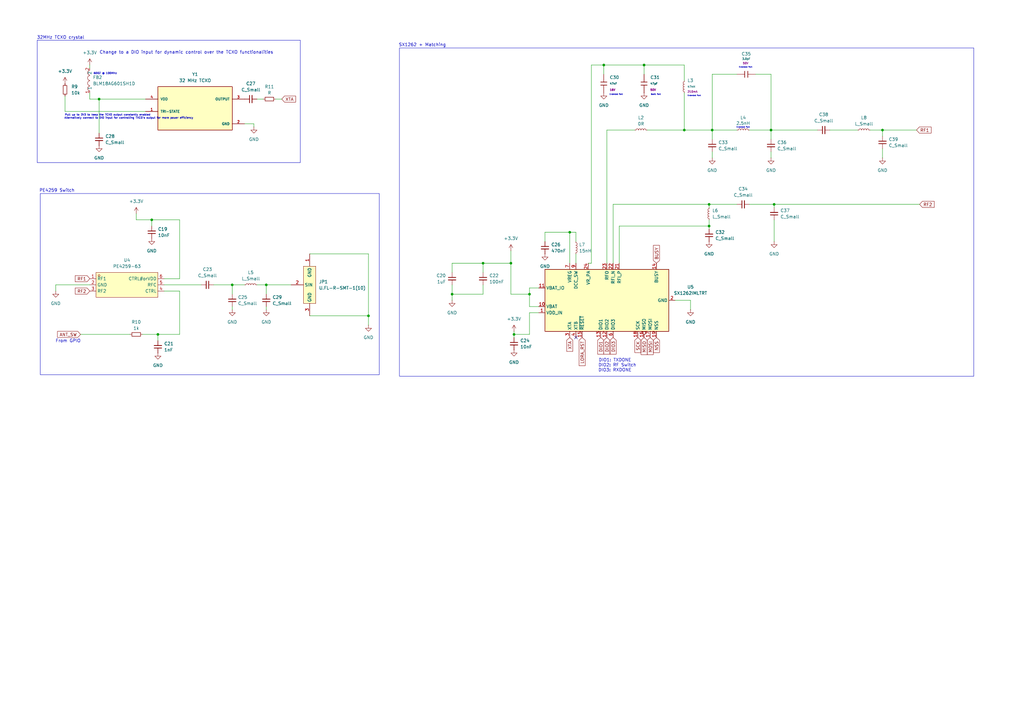
<source format=kicad_sch>
(kicad_sch
	(version 20250114)
	(generator "eeschema")
	(generator_version "9.0")
	(uuid "8a1bf97f-a6c0-4814-a40b-c28162eb9d0f")
	(paper "A3")
	(lib_symbols
		(symbol "Device:C_Small"
			(pin_numbers
				(hide yes)
			)
			(pin_names
				(offset 0.254)
				(hide yes)
			)
			(exclude_from_sim no)
			(in_bom yes)
			(on_board yes)
			(property "Reference" "C"
				(at 0.254 1.778 0)
				(effects
					(font
						(size 1.27 1.27)
					)
					(justify left)
				)
			)
			(property "Value" "C_Small"
				(at 0.254 -2.032 0)
				(effects
					(font
						(size 1.27 1.27)
					)
					(justify left)
				)
			)
			(property "Footprint" ""
				(at 0 0 0)
				(effects
					(font
						(size 1.27 1.27)
					)
					(hide yes)
				)
			)
			(property "Datasheet" "~"
				(at 0 0 0)
				(effects
					(font
						(size 1.27 1.27)
					)
					(hide yes)
				)
			)
			(property "Description" "Unpolarized capacitor, small symbol"
				(at 0 0 0)
				(effects
					(font
						(size 1.27 1.27)
					)
					(hide yes)
				)
			)
			(property "ki_keywords" "capacitor cap"
				(at 0 0 0)
				(effects
					(font
						(size 1.27 1.27)
					)
					(hide yes)
				)
			)
			(property "ki_fp_filters" "C_*"
				(at 0 0 0)
				(effects
					(font
						(size 1.27 1.27)
					)
					(hide yes)
				)
			)
			(symbol "C_Small_0_1"
				(polyline
					(pts
						(xy -1.524 0.508) (xy 1.524 0.508)
					)
					(stroke
						(width 0.3048)
						(type default)
					)
					(fill
						(type none)
					)
				)
				(polyline
					(pts
						(xy -1.524 -0.508) (xy 1.524 -0.508)
					)
					(stroke
						(width 0.3302)
						(type default)
					)
					(fill
						(type none)
					)
				)
			)
			(symbol "C_Small_1_1"
				(pin passive line
					(at 0 2.54 270)
					(length 2.032)
					(name "~"
						(effects
							(font
								(size 1.27 1.27)
							)
						)
					)
					(number "1"
						(effects
							(font
								(size 1.27 1.27)
							)
						)
					)
				)
				(pin passive line
					(at 0 -2.54 90)
					(length 2.032)
					(name "~"
						(effects
							(font
								(size 1.27 1.27)
							)
						)
					)
					(number "2"
						(effects
							(font
								(size 1.27 1.27)
							)
						)
					)
				)
			)
			(embedded_fonts no)
		)
		(symbol "Device:L_Small"
			(pin_numbers
				(hide yes)
			)
			(pin_names
				(offset 0.254)
				(hide yes)
			)
			(exclude_from_sim no)
			(in_bom yes)
			(on_board yes)
			(property "Reference" "L"
				(at 0.762 1.016 0)
				(effects
					(font
						(size 1.27 1.27)
					)
					(justify left)
				)
			)
			(property "Value" "L_Small"
				(at 0.762 -1.016 0)
				(effects
					(font
						(size 1.27 1.27)
					)
					(justify left)
				)
			)
			(property "Footprint" ""
				(at 0 0 0)
				(effects
					(font
						(size 1.27 1.27)
					)
					(hide yes)
				)
			)
			(property "Datasheet" "~"
				(at 0 0 0)
				(effects
					(font
						(size 1.27 1.27)
					)
					(hide yes)
				)
			)
			(property "Description" "Inductor, small symbol"
				(at 0 0 0)
				(effects
					(font
						(size 1.27 1.27)
					)
					(hide yes)
				)
			)
			(property "ki_keywords" "inductor choke coil reactor magnetic"
				(at 0 0 0)
				(effects
					(font
						(size 1.27 1.27)
					)
					(hide yes)
				)
			)
			(property "ki_fp_filters" "Choke_* *Coil* Inductor_* L_*"
				(at 0 0 0)
				(effects
					(font
						(size 1.27 1.27)
					)
					(hide yes)
				)
			)
			(symbol "L_Small_0_1"
				(arc
					(start 0 2.032)
					(mid 0.5058 1.524)
					(end 0 1.016)
					(stroke
						(width 0)
						(type default)
					)
					(fill
						(type none)
					)
				)
				(arc
					(start 0 1.016)
					(mid 0.5058 0.508)
					(end 0 0)
					(stroke
						(width 0)
						(type default)
					)
					(fill
						(type none)
					)
				)
				(arc
					(start 0 0)
					(mid 0.5058 -0.508)
					(end 0 -1.016)
					(stroke
						(width 0)
						(type default)
					)
					(fill
						(type none)
					)
				)
				(arc
					(start 0 -1.016)
					(mid 0.5058 -1.524)
					(end 0 -2.032)
					(stroke
						(width 0)
						(type default)
					)
					(fill
						(type none)
					)
				)
			)
			(symbol "L_Small_1_1"
				(pin passive line
					(at 0 2.54 270)
					(length 0.508)
					(name "~"
						(effects
							(font
								(size 1.27 1.27)
							)
						)
					)
					(number "1"
						(effects
							(font
								(size 1.27 1.27)
							)
						)
					)
				)
				(pin passive line
					(at 0 -2.54 90)
					(length 0.508)
					(name "~"
						(effects
							(font
								(size 1.27 1.27)
							)
						)
					)
					(number "2"
						(effects
							(font
								(size 1.27 1.27)
							)
						)
					)
				)
			)
			(embedded_fonts no)
		)
		(symbol "Device:R_Small"
			(pin_numbers
				(hide yes)
			)
			(pin_names
				(offset 0.254)
				(hide yes)
			)
			(exclude_from_sim no)
			(in_bom yes)
			(on_board yes)
			(property "Reference" "R"
				(at 0.762 0.508 0)
				(effects
					(font
						(size 1.27 1.27)
					)
					(justify left)
				)
			)
			(property "Value" "R_Small"
				(at 0.762 -1.016 0)
				(effects
					(font
						(size 1.27 1.27)
					)
					(justify left)
				)
			)
			(property "Footprint" ""
				(at 0 0 0)
				(effects
					(font
						(size 1.27 1.27)
					)
					(hide yes)
				)
			)
			(property "Datasheet" "~"
				(at 0 0 0)
				(effects
					(font
						(size 1.27 1.27)
					)
					(hide yes)
				)
			)
			(property "Description" "Resistor, small symbol"
				(at 0 0 0)
				(effects
					(font
						(size 1.27 1.27)
					)
					(hide yes)
				)
			)
			(property "ki_keywords" "R resistor"
				(at 0 0 0)
				(effects
					(font
						(size 1.27 1.27)
					)
					(hide yes)
				)
			)
			(property "ki_fp_filters" "R_*"
				(at 0 0 0)
				(effects
					(font
						(size 1.27 1.27)
					)
					(hide yes)
				)
			)
			(symbol "R_Small_0_1"
				(rectangle
					(start -0.762 1.778)
					(end 0.762 -1.778)
					(stroke
						(width 0.2032)
						(type default)
					)
					(fill
						(type none)
					)
				)
			)
			(symbol "R_Small_1_1"
				(pin passive line
					(at 0 2.54 270)
					(length 0.762)
					(name "~"
						(effects
							(font
								(size 1.27 1.27)
							)
						)
					)
					(number "1"
						(effects
							(font
								(size 1.27 1.27)
							)
						)
					)
				)
				(pin passive line
					(at 0 -2.54 90)
					(length 0.762)
					(name "~"
						(effects
							(font
								(size 1.27 1.27)
							)
						)
					)
					(number "2"
						(effects
							(font
								(size 1.27 1.27)
							)
						)
					)
				)
			)
			(embedded_fonts no)
		)
		(symbol "ECS-TXO-2520-33-320-AN-TR:ECS-TXO-2520-33-320-AN-TR"
			(pin_names
				(offset 1.016)
			)
			(exclude_from_sim no)
			(in_bom yes)
			(on_board yes)
			(property "Reference" "Y"
				(at -15.7743 7.8872 0)
				(effects
					(font
						(size 1.27 1.27)
					)
					(justify left bottom)
				)
			)
			(property "Value" "ECS-TXO-2520-33-320-AN-TR"
				(at -15.7951 -12.2286 0)
				(effects
					(font
						(size 1.27 1.27)
					)
					(justify left bottom)
				)
			)
			(property "Footprint" "ECS-TXO-2520-33-320-AN-TR:OSC_ECS-TXO-2520-33-320-AN-TR"
				(at 0 0 0)
				(effects
					(font
						(size 1.27 1.27)
					)
					(justify bottom)
					(hide yes)
				)
			)
			(property "Datasheet" ""
				(at 0 0 0)
				(effects
					(font
						(size 1.27 1.27)
					)
					(hide yes)
				)
			)
			(property "Description" ""
				(at 0 0 0)
				(effects
					(font
						(size 1.27 1.27)
					)
					(hide yes)
				)
			)
			(property "MF" "ECS Inc."
				(at 0 0 0)
				(effects
					(font
						(size 1.27 1.27)
					)
					(justify bottom)
					(hide yes)
				)
			)
			(property "Description_1" "\n                        \n                            32 MHz TCXO HCMOS Oscillator 3.3V Enable/Disable 4-SMD, No Lead\n                        \n"
				(at 0 0 0)
				(effects
					(font
						(size 1.27 1.27)
					)
					(justify bottom)
					(hide yes)
				)
			)
			(property "Package" "SMD-4 ECS Inc."
				(at 0 0 0)
				(effects
					(font
						(size 1.27 1.27)
					)
					(justify bottom)
					(hide yes)
				)
			)
			(property "Price" "None"
				(at 0 0 0)
				(effects
					(font
						(size 1.27 1.27)
					)
					(justify bottom)
					(hide yes)
				)
			)
			(property "Check_prices" "https://www.snapeda.com/parts/ECS-TXO-2520-33-320-AN-TR/ECS/view-part/?ref=eda"
				(at 0 0 0)
				(effects
					(font
						(size 1.27 1.27)
					)
					(justify bottom)
					(hide yes)
				)
			)
			(property "STANDARD" "Manufcaturer Recommendations"
				(at 0 0 0)
				(effects
					(font
						(size 1.27 1.27)
					)
					(justify bottom)
					(hide yes)
				)
			)
			(property "PARTREV" "2017"
				(at 0 0 0)
				(effects
					(font
						(size 1.27 1.27)
					)
					(justify bottom)
					(hide yes)
				)
			)
			(property "SnapEDA_Link" "https://www.snapeda.com/parts/ECS-TXO-2520-33-320-AN-TR/ECS/view-part/?ref=snap"
				(at 0 0 0)
				(effects
					(font
						(size 1.27 1.27)
					)
					(justify bottom)
					(hide yes)
				)
			)
			(property "MP" "ECS-TXO-2520-33-320-AN-TR"
				(at 0 0 0)
				(effects
					(font
						(size 1.27 1.27)
					)
					(justify bottom)
					(hide yes)
				)
			)
			(property "Availability" "In Stock"
				(at 0 0 0)
				(effects
					(font
						(size 1.27 1.27)
					)
					(justify bottom)
					(hide yes)
				)
			)
			(property "MANUFACTURER" "ECS INC"
				(at 0 0 0)
				(effects
					(font
						(size 1.27 1.27)
					)
					(justify bottom)
					(hide yes)
				)
			)
			(symbol "ECS-TXO-2520-33-320-AN-TR_0_0"
				(rectangle
					(start -15.24 -10.16)
					(end 15.24 7.62)
					(stroke
						(width 0.254)
						(type default)
					)
					(fill
						(type background)
					)
				)
				(pin input line
					(at -20.32 2.54 0)
					(length 5.08)
					(name "VDD"
						(effects
							(font
								(size 1.016 1.016)
							)
						)
					)
					(number "4"
						(effects
							(font
								(size 1.016 1.016)
							)
						)
					)
				)
				(pin input line
					(at -20.32 -2.54 0)
					(length 5.08)
					(name "TRI-STATE"
						(effects
							(font
								(size 1.016 1.016)
							)
						)
					)
					(number "1"
						(effects
							(font
								(size 1.016 1.016)
							)
						)
					)
				)
				(pin output line
					(at 20.32 2.54 180)
					(length 5.08)
					(name "OUTPUT"
						(effects
							(font
								(size 1.016 1.016)
							)
						)
					)
					(number "3"
						(effects
							(font
								(size 1.016 1.016)
							)
						)
					)
				)
				(pin power_in line
					(at 20.32 -7.62 180)
					(length 5.08)
					(name "GND"
						(effects
							(font
								(size 1.016 1.016)
							)
						)
					)
					(number "2"
						(effects
							(font
								(size 1.016 1.016)
							)
						)
					)
				)
			)
			(embedded_fonts no)
		)
		(symbol "EasyEDA:BLM18AG601SH1D"
			(exclude_from_sim no)
			(in_bom yes)
			(on_board yes)
			(property "Reference" "L"
				(at 0 5.08 0)
				(effects
					(font
						(size 1.27 1.27)
					)
				)
			)
			(property "Value" "BLM18AG601SH1D"
				(at 0 -5.08 0)
				(effects
					(font
						(size 1.27 1.27)
					)
				)
			)
			(property "Footprint" "EasyEDA:L0603"
				(at 0 -7.62 0)
				(effects
					(font
						(size 1.27 1.27)
					)
					(hide yes)
				)
			)
			(property "Datasheet" "https://lcsc.com/product-detail/Others_Murata-Electronics_BLM18AG601SH1D_Murata-Electronics-BLM18AG601SH1D_C73225.html"
				(at 0 -10.16 0)
				(effects
					(font
						(size 1.27 1.27)
					)
					(hide yes)
				)
			)
			(property "Description" ""
				(at 0 0 0)
				(effects
					(font
						(size 1.27 1.27)
					)
					(hide yes)
				)
			)
			(property "LCSC Part" "C73225"
				(at 0 -12.7 0)
				(effects
					(font
						(size 1.27 1.27)
					)
					(hide yes)
				)
			)
			(symbol "BLM18AG601SH1D_0_1"
				(arc
					(start -4.29 -0.02)
					(mid -3.28 0.9027)
					(end -2.27 -0.02)
					(stroke
						(width 0)
						(type default)
					)
					(fill
						(type none)
					)
				)
				(arc
					(start -2.13 -0.02)
					(mid -1.12 0.9071)
					(end -0.11 -0.02)
					(stroke
						(width 0)
						(type default)
					)
					(fill
						(type none)
					)
				)
				(arc
					(start 0.02 -0.02)
					(mid 1.03 0.9071)
					(end 2.04 -0.02)
					(stroke
						(width 0)
						(type default)
					)
					(fill
						(type none)
					)
				)
				(arc
					(start 2.21 -0.02)
					(mid 3.22 0.9071)
					(end 4.23 -0.02)
					(stroke
						(width 0)
						(type default)
					)
					(fill
						(type none)
					)
				)
				(pin unspecified line
					(at -5.08 0 0)
					(length 0.762)
					(name "1"
						(effects
							(font
								(size 1.27 1.27)
							)
						)
					)
					(number "1"
						(effects
							(font
								(size 1.27 1.27)
							)
						)
					)
				)
				(pin unspecified line
					(at 5.08 0 180)
					(length 0.762)
					(name "2"
						(effects
							(font
								(size 1.27 1.27)
							)
						)
					)
					(number "2"
						(effects
							(font
								(size 1.27 1.27)
							)
						)
					)
				)
			)
			(embedded_fonts no)
		)
		(symbol "EasyEDA:PE4259-63"
			(exclude_from_sim no)
			(in_bom yes)
			(on_board yes)
			(property "Reference" "U"
				(at 0 7.62 0)
				(effects
					(font
						(size 1.27 1.27)
					)
				)
			)
			(property "Value" "PE4259-63"
				(at 0 -7.62 0)
				(effects
					(font
						(size 1.27 1.27)
					)
				)
			)
			(property "Footprint" "EasyEDA:SC-70-6_L2.2-W1.3-P0.65-LS2.1-BL"
				(at 0 -10.16 0)
				(effects
					(font
						(size 1.27 1.27)
					)
					(hide yes)
				)
			)
			(property "Datasheet" "https://lcsc.com/product-detail/RF-Switches_PS-PE4259-63_C470892.html"
				(at 0 -12.7 0)
				(effects
					(font
						(size 1.27 1.27)
					)
					(hide yes)
				)
			)
			(property "Description" ""
				(at 0 0 0)
				(effects
					(font
						(size 1.27 1.27)
					)
					(hide yes)
				)
			)
			(property "LCSC Part" "C470892"
				(at 0 -15.24 0)
				(effects
					(font
						(size 1.27 1.27)
					)
					(hide yes)
				)
			)
			(symbol "PE4259-63_0_1"
				(rectangle
					(start -12.7 5.08)
					(end 12.7 -5.08)
					(stroke
						(width 0)
						(type default)
					)
					(fill
						(type background)
					)
				)
				(circle
					(center -11.43 3.81)
					(radius 0.38)
					(stroke
						(width 0)
						(type default)
					)
					(fill
						(type none)
					)
				)
				(pin unspecified line
					(at -15.24 2.54 0)
					(length 2.54)
					(name "RF1"
						(effects
							(font
								(size 1.27 1.27)
							)
						)
					)
					(number "1"
						(effects
							(font
								(size 1.27 1.27)
							)
						)
					)
				)
				(pin unspecified line
					(at -15.24 0 0)
					(length 2.54)
					(name "GND"
						(effects
							(font
								(size 1.27 1.27)
							)
						)
					)
					(number "2"
						(effects
							(font
								(size 1.27 1.27)
							)
						)
					)
				)
				(pin unspecified line
					(at -15.24 -2.54 0)
					(length 2.54)
					(name "RF2"
						(effects
							(font
								(size 1.27 1.27)
							)
						)
					)
					(number "3"
						(effects
							(font
								(size 1.27 1.27)
							)
						)
					)
				)
				(pin unspecified line
					(at 15.24 2.54 180)
					(length 2.54)
					(name "CTRL#orVDD"
						(effects
							(font
								(size 1.27 1.27)
							)
						)
					)
					(number "6"
						(effects
							(font
								(size 1.27 1.27)
							)
						)
					)
				)
				(pin unspecified line
					(at 15.24 0 180)
					(length 2.54)
					(name "RFC"
						(effects
							(font
								(size 1.27 1.27)
							)
						)
					)
					(number "5"
						(effects
							(font
								(size 1.27 1.27)
							)
						)
					)
				)
				(pin unspecified line
					(at 15.24 -2.54 180)
					(length 2.54)
					(name "CTRL"
						(effects
							(font
								(size 1.27 1.27)
							)
						)
					)
					(number "4"
						(effects
							(font
								(size 1.27 1.27)
							)
						)
					)
				)
			)
			(embedded_fonts no)
		)
		(symbol "EasyEDA:U.FL-R-SMT-1(10)"
			(exclude_from_sim no)
			(in_bom yes)
			(on_board yes)
			(property "Reference" "JP"
				(at 0 7.62 0)
				(effects
					(font
						(size 1.27 1.27)
					)
				)
			)
			(property "Value" "U.FL-R-SMT-1(10)"
				(at 0 -10.16 0)
				(effects
					(font
						(size 1.27 1.27)
					)
				)
			)
			(property "Footprint" "EasyEDA:ANT-SMD_UFL-R-SMT-1-10"
				(at 0 -12.7 0)
				(effects
					(font
						(size 1.27 1.27)
					)
					(hide yes)
				)
			)
			(property "Datasheet" "https://lcsc.com/product-detail/Connectors_HRS_U-FL-R-SMT-1-10_3310472210-IPE-XBoard-end-IPXConnector-SMD_C88373.html"
				(at 0 -15.24 0)
				(effects
					(font
						(size 1.27 1.27)
					)
					(hide yes)
				)
			)
			(property "Description" ""
				(at 0 0 0)
				(effects
					(font
						(size 1.27 1.27)
					)
					(hide yes)
				)
			)
			(property "LCSC Part" "C88373"
				(at 0 -17.78 0)
				(effects
					(font
						(size 1.27 1.27)
					)
					(hide yes)
				)
			)
			(symbol "U.FL-R-SMT-1(10)_0_1"
				(rectangle
					(start -7.62 5.08)
					(end 7.62 0)
					(stroke
						(width 0)
						(type default)
					)
					(fill
						(type background)
					)
				)
				(pin unspecified line
					(at -12.7 2.54 0)
					(length 5.08)
					(name "GND"
						(effects
							(font
								(size 1.27 1.27)
							)
						)
					)
					(number "1"
						(effects
							(font
								(size 1.27 1.27)
							)
						)
					)
				)
				(pin unspecified line
					(at 0 -5.08 90)
					(length 5.08)
					(name "SIN"
						(effects
							(font
								(size 1.27 1.27)
							)
						)
					)
					(number "2"
						(effects
							(font
								(size 1.27 1.27)
							)
						)
					)
				)
				(pin unspecified line
					(at 12.7 2.54 180)
					(length 5.08)
					(name "GND"
						(effects
							(font
								(size 1.27 1.27)
							)
						)
					)
					(number "3"
						(effects
							(font
								(size 1.27 1.27)
							)
						)
					)
				)
			)
			(embedded_fonts no)
		)
		(symbol "PCM_JLCPCB-Capacitors:0402,3.3pF"
			(pin_numbers
				(hide yes)
			)
			(pin_names
				(offset 0)
			)
			(exclude_from_sim no)
			(in_bom yes)
			(on_board yes)
			(property "Reference" "C"
				(at 2.032 1.668 0)
				(effects
					(font
						(size 1.27 1.27)
					)
					(justify left)
				)
			)
			(property "Value" "3.3pF"
				(at 2.032 -0.3782 0)
				(effects
					(font
						(size 0.8 0.8)
					)
					(justify left)
				)
			)
			(property "Footprint" "PCM_JLCPCB:C_0402"
				(at -1.778 0 90)
				(effects
					(font
						(size 1.27 1.27)
					)
					(hide yes)
				)
			)
			(property "Datasheet" "https://www.lcsc.com/datasheet/lcsc_datasheet_2304140030_FH--Guangdong-Fenghua-Advanced-Tech-0402CG3R3C500NT_C1565.pdf"
				(at 0 0 0)
				(effects
					(font
						(size 1.27 1.27)
					)
					(hide yes)
				)
			)
			(property "Description" "50V 3.3pF C0G 0402 Multilayer Ceramic Capacitors MLCC - SMD/SMT ROHS"
				(at 0 0 0)
				(effects
					(font
						(size 1.27 1.27)
					)
					(hide yes)
				)
			)
			(property "LCSC" "C1565"
				(at 0 0 0)
				(effects
					(font
						(size 1.27 1.27)
					)
					(hide yes)
				)
			)
			(property "Stock" "99487"
				(at 0 0 0)
				(effects
					(font
						(size 1.27 1.27)
					)
					(hide yes)
				)
			)
			(property "Price" "0.004USD"
				(at 0 0 0)
				(effects
					(font
						(size 1.27 1.27)
					)
					(hide yes)
				)
			)
			(property "Process" "SMT"
				(at 0 0 0)
				(effects
					(font
						(size 1.27 1.27)
					)
					(hide yes)
				)
			)
			(property "Minimum Qty" "20"
				(at 0 0 0)
				(effects
					(font
						(size 1.27 1.27)
					)
					(hide yes)
				)
			)
			(property "Attrition Qty" "10"
				(at 0 0 0)
				(effects
					(font
						(size 1.27 1.27)
					)
					(hide yes)
				)
			)
			(property "Class" "Preferred Component"
				(at 0 0 0)
				(effects
					(font
						(size 1.27 1.27)
					)
					(hide yes)
				)
			)
			(property "Category" "Capacitors,Multilayer Ceramic Capacitors MLCC - SMD/SMT"
				(at 0 0 0)
				(effects
					(font
						(size 1.27 1.27)
					)
					(hide yes)
				)
			)
			(property "Manufacturer" "FH(Guangdong Fenghua Advanced Tech)"
				(at 0 0 0)
				(effects
					(font
						(size 1.27 1.27)
					)
					(hide yes)
				)
			)
			(property "Part" "0402CG3R3C500NT"
				(at 0 0 0)
				(effects
					(font
						(size 1.27 1.27)
					)
					(hide yes)
				)
			)
			(property "Voltage Rated" "50V"
				(at 2.032 -2.0462 0)
				(effects
					(font
						(size 0.8 0.8)
					)
					(justify left)
				)
			)
			(property "Capacitance" "3.3pF"
				(at 0 0 0)
				(effects
					(font
						(size 1.27 1.27)
					)
					(hide yes)
				)
			)
			(property "Temperature Coefficient" "C0G"
				(at 0 0 0)
				(effects
					(font
						(size 1.27 1.27)
					)
					(hide yes)
				)
			)
			(property "ki_fp_filters" "C_*"
				(at 0 0 0)
				(effects
					(font
						(size 1.27 1.27)
					)
					(hide yes)
				)
			)
			(symbol "0402,3.3pF_0_1"
				(polyline
					(pts
						(xy -1.27 0.635) (xy 1.27 0.635)
					)
					(stroke
						(width 0.254)
						(type default)
					)
					(fill
						(type none)
					)
				)
				(polyline
					(pts
						(xy -1.27 -0.635) (xy 1.27 -0.635)
					)
					(stroke
						(width 0.254)
						(type default)
					)
					(fill
						(type none)
					)
				)
			)
			(symbol "0402,3.3pF_1_1"
				(pin passive line
					(at 0 3.81 270)
					(length 3.175)
					(name "~"
						(effects
							(font
								(size 1.27 1.27)
							)
						)
					)
					(number "1"
						(effects
							(font
								(size 1.27 1.27)
							)
						)
					)
				)
				(pin passive line
					(at 0 -3.81 90)
					(length 3.175)
					(name "~"
						(effects
							(font
								(size 1.27 1.27)
							)
						)
					)
					(number "2"
						(effects
							(font
								(size 1.27 1.27)
							)
						)
					)
				)
			)
			(embedded_fonts no)
		)
		(symbol "PCM_JLCPCB-Capacitors:0402,47pF"
			(pin_numbers
				(hide yes)
			)
			(pin_names
				(offset 0)
			)
			(exclude_from_sim no)
			(in_bom yes)
			(on_board yes)
			(property "Reference" "C"
				(at 2.032 1.668 0)
				(effects
					(font
						(size 1.27 1.27)
					)
					(justify left)
				)
			)
			(property "Value" "47pF"
				(at 2.032 -0.3782 0)
				(effects
					(font
						(size 0.8 0.8)
					)
					(justify left)
				)
			)
			(property "Footprint" "PCM_JLCPCB:C_0402"
				(at -1.778 0 90)
				(effects
					(font
						(size 1.27 1.27)
					)
					(hide yes)
				)
			)
			(property "Datasheet" "https://www.lcsc.com/datasheet/lcsc_datasheet_2304140030_FH--Guangdong-Fenghua-Advanced-Tech-0402CG470J500NT_C1567.pdf"
				(at 0 0 0)
				(effects
					(font
						(size 1.27 1.27)
					)
					(hide yes)
				)
			)
			(property "Description" "50V 47pF C0G ±5% 0402 Multilayer Ceramic Capacitors MLCC - SMD/SMT ROHS"
				(at 0 0 0)
				(effects
					(font
						(size 1.27 1.27)
					)
					(hide yes)
				)
			)
			(property "LCSC" "C1567"
				(at 0 0 0)
				(effects
					(font
						(size 1.27 1.27)
					)
					(hide yes)
				)
			)
			(property "Stock" "189458"
				(at 0 0 0)
				(effects
					(font
						(size 1.27 1.27)
					)
					(hide yes)
				)
			)
			(property "Price" "0.004USD"
				(at 0 0 0)
				(effects
					(font
						(size 1.27 1.27)
					)
					(hide yes)
				)
			)
			(property "Process" "SMT"
				(at 0 0 0)
				(effects
					(font
						(size 1.27 1.27)
					)
					(hide yes)
				)
			)
			(property "Minimum Qty" "20"
				(at 0 0 0)
				(effects
					(font
						(size 1.27 1.27)
					)
					(hide yes)
				)
			)
			(property "Attrition Qty" "10"
				(at 0 0 0)
				(effects
					(font
						(size 1.27 1.27)
					)
					(hide yes)
				)
			)
			(property "Class" "Basic Component"
				(at 0 0 0)
				(effects
					(font
						(size 1.27 1.27)
					)
					(hide yes)
				)
			)
			(property "Category" "Capacitors,Multilayer Ceramic Capacitors MLCC - SMD/SMT"
				(at 0 0 0)
				(effects
					(font
						(size 1.27 1.27)
					)
					(hide yes)
				)
			)
			(property "Manufacturer" "FH(Guangdong Fenghua Advanced Tech)"
				(at 0 0 0)
				(effects
					(font
						(size 1.27 1.27)
					)
					(hide yes)
				)
			)
			(property "Part" "0402CG470J500NT"
				(at 0 0 0)
				(effects
					(font
						(size 1.27 1.27)
					)
					(hide yes)
				)
			)
			(property "Voltage Rated" "50V"
				(at 2.032 -2.0462 0)
				(effects
					(font
						(size 0.8 0.8)
					)
					(justify left)
				)
			)
			(property "Tolerance" "±5%"
				(at 0 0 0)
				(effects
					(font
						(size 1.27 1.27)
					)
					(hide yes)
				)
			)
			(property "Capacitance" "47pF"
				(at 0 0 0)
				(effects
					(font
						(size 1.27 1.27)
					)
					(hide yes)
				)
			)
			(property "Temperature Coefficient" "C0G"
				(at 0 0 0)
				(effects
					(font
						(size 1.27 1.27)
					)
					(hide yes)
				)
			)
			(property "ki_fp_filters" "C_*"
				(at 0 0 0)
				(effects
					(font
						(size 1.27 1.27)
					)
					(hide yes)
				)
			)
			(symbol "0402,47pF_0_1"
				(polyline
					(pts
						(xy -1.27 0.635) (xy 1.27 0.635)
					)
					(stroke
						(width 0.254)
						(type default)
					)
					(fill
						(type none)
					)
				)
				(polyline
					(pts
						(xy -1.27 -0.635) (xy 1.27 -0.635)
					)
					(stroke
						(width 0.254)
						(type default)
					)
					(fill
						(type none)
					)
				)
			)
			(symbol "0402,47pF_1_1"
				(pin passive line
					(at 0 3.81 270)
					(length 3.175)
					(name "~"
						(effects
							(font
								(size 1.27 1.27)
							)
						)
					)
					(number "1"
						(effects
							(font
								(size 1.27 1.27)
							)
						)
					)
				)
				(pin passive line
					(at 0 -3.81 90)
					(length 3.175)
					(name "~"
						(effects
							(font
								(size 1.27 1.27)
							)
						)
					)
					(number "2"
						(effects
							(font
								(size 1.27 1.27)
							)
						)
					)
				)
			)
			(embedded_fonts no)
		)
		(symbol "RF:SX1262IMLTRT"
			(exclude_from_sim no)
			(in_bom yes)
			(on_board yes)
			(property "Reference" "U"
				(at 13.97 24.13 0)
				(effects
					(font
						(size 1.27 1.27)
					)
					(justify left)
				)
			)
			(property "Value" "SX1262IMLTRT"
				(at 13.97 21.59 0)
				(effects
					(font
						(size 1.27 1.27)
					)
					(justify left)
				)
			)
			(property "Footprint" "Package_DFN_QFN:QFN-24-1EP_4x4mm_P0.5mm_EP2.6x2.6mm"
				(at 1.27 -31.75 0)
				(effects
					(font
						(size 1.27 1.27)
					)
					(hide yes)
				)
			)
			(property "Datasheet" "https://semtech.file.force.com/sfc/dist/version/download/?oid=00DE0000000JelG&ids=0682R00000IjPWSQA3&d=%2Fa%2F2R000000Un7F%2FyT.fKdAr9ZAo3cJLc4F2cBdUsMftpT2vsOICP7NmvMo"
				(at 1.27 -29.21 0)
				(effects
					(font
						(size 1.27 1.27)
					)
					(hide yes)
				)
			)
			(property "Description" "150 MHz to 960 MHz Low Power Long Range Transceiver, 22dBm output power, spreading factor from 5 to 12, LoRA, QFN-24"
				(at 0 0 0)
				(effects
					(font
						(size 1.27 1.27)
					)
					(hide yes)
				)
			)
			(property "ki_keywords" "low-power lora transceiver"
				(at 0 0 0)
				(effects
					(font
						(size 1.27 1.27)
					)
					(hide yes)
				)
			)
			(property "ki_fp_filters" "QFN*1EP*4x4mm*P0.5mm*"
				(at 0 0 0)
				(effects
					(font
						(size 1.27 1.27)
					)
					(hide yes)
				)
			)
			(symbol "SX1262IMLTRT_0_1"
				(rectangle
					(start -12.7 25.4)
					(end 12.7 -25.4)
					(stroke
						(width 0.254)
						(type default)
					)
					(fill
						(type background)
					)
				)
			)
			(symbol "SX1262IMLTRT_1_1"
				(pin bidirectional line
					(at -15.24 15.24 0)
					(length 2.54)
					(name "XTA"
						(effects
							(font
								(size 1.27 1.27)
							)
						)
					)
					(number "3"
						(effects
							(font
								(size 1.27 1.27)
							)
						)
					)
				)
				(pin bidirectional line
					(at -15.24 12.7 0)
					(length 2.54)
					(name "XTB"
						(effects
							(font
								(size 1.27 1.27)
							)
						)
					)
					(number "4"
						(effects
							(font
								(size 1.27 1.27)
							)
						)
					)
				)
				(pin input line
					(at -15.24 10.16 0)
					(length 2.54)
					(name "~{RESET}"
						(effects
							(font
								(size 1.27 1.27)
							)
						)
					)
					(number "15"
						(effects
							(font
								(size 1.27 1.27)
							)
						)
					)
				)
				(pin bidirectional line
					(at -15.24 2.54 0)
					(length 2.54)
					(name "DIO1"
						(effects
							(font
								(size 1.27 1.27)
							)
						)
					)
					(number "13"
						(effects
							(font
								(size 1.27 1.27)
							)
						)
					)
				)
				(pin bidirectional line
					(at -15.24 0 0)
					(length 2.54)
					(name "DIO2"
						(effects
							(font
								(size 1.27 1.27)
							)
						)
					)
					(number "12"
						(effects
							(font
								(size 1.27 1.27)
							)
						)
					)
				)
				(pin bidirectional line
					(at -15.24 -2.54 0)
					(length 2.54)
					(name "DIO3"
						(effects
							(font
								(size 1.27 1.27)
							)
						)
					)
					(number "6"
						(effects
							(font
								(size 1.27 1.27)
							)
						)
					)
				)
				(pin input line
					(at -15.24 -12.7 0)
					(length 2.54)
					(name "SCK"
						(effects
							(font
								(size 1.27 1.27)
							)
						)
					)
					(number "18"
						(effects
							(font
								(size 1.27 1.27)
							)
						)
					)
				)
				(pin tri_state inverted
					(at -15.24 -15.24 0)
					(length 2.54)
					(name "MISO"
						(effects
							(font
								(size 1.27 1.27)
							)
						)
					)
					(number "16"
						(effects
							(font
								(size 1.27 1.27)
							)
						)
					)
				)
				(pin input line
					(at -15.24 -17.78 0)
					(length 2.54)
					(name "MOSI"
						(effects
							(font
								(size 1.27 1.27)
							)
						)
					)
					(number "17"
						(effects
							(font
								(size 1.27 1.27)
							)
						)
					)
				)
				(pin input line
					(at -15.24 -20.32 0)
					(length 2.54)
					(name "NSS"
						(effects
							(font
								(size 1.27 1.27)
							)
						)
					)
					(number "19"
						(effects
							(font
								(size 1.27 1.27)
							)
						)
					)
				)
				(pin power_in line
					(at -5.08 27.94 270)
					(length 2.54)
					(name "VDD_IN"
						(effects
							(font
								(size 1.27 1.27)
							)
						)
					)
					(number "1"
						(effects
							(font
								(size 1.27 1.27)
							)
						)
					)
				)
				(pin power_in line
					(at -2.54 27.94 270)
					(length 2.54)
					(name "VBAT"
						(effects
							(font
								(size 1.27 1.27)
							)
						)
					)
					(number "10"
						(effects
							(font
								(size 1.27 1.27)
							)
						)
					)
				)
				(pin power_in line
					(at 0 -27.94 90)
					(length 2.54)
					(name "GND"
						(effects
							(font
								(size 1.27 1.27)
							)
						)
					)
					(number "2"
						(effects
							(font
								(size 1.27 1.27)
							)
						)
					)
				)
				(pin passive line
					(at 0 -27.94 90)
					(length 2.54)
					(hide yes)
					(name "GND"
						(effects
							(font
								(size 1.27 1.27)
							)
						)
					)
					(number "20"
						(effects
							(font
								(size 1.27 1.27)
							)
						)
					)
				)
				(pin passive line
					(at 0 -27.94 90)
					(length 2.54)
					(hide yes)
					(name "GND"
						(effects
							(font
								(size 1.27 1.27)
							)
						)
					)
					(number "25"
						(effects
							(font
								(size 1.27 1.27)
							)
						)
					)
				)
				(pin passive line
					(at 0 -27.94 90)
					(length 2.54)
					(hide yes)
					(name "GND"
						(effects
							(font
								(size 1.27 1.27)
							)
						)
					)
					(number "5"
						(effects
							(font
								(size 1.27 1.27)
							)
						)
					)
				)
				(pin passive line
					(at 0 -27.94 90)
					(length 2.54)
					(hide yes)
					(name "GND"
						(effects
							(font
								(size 1.27 1.27)
							)
						)
					)
					(number "8"
						(effects
							(font
								(size 1.27 1.27)
							)
						)
					)
				)
				(pin power_in line
					(at 5.08 27.94 270)
					(length 2.54)
					(name "VBAT_IO"
						(effects
							(font
								(size 1.27 1.27)
							)
						)
					)
					(number "11"
						(effects
							(font
								(size 1.27 1.27)
							)
						)
					)
				)
				(pin power_out line
					(at 15.24 15.24 180)
					(length 2.54)
					(name "VREG"
						(effects
							(font
								(size 1.27 1.27)
							)
						)
					)
					(number "7"
						(effects
							(font
								(size 1.27 1.27)
							)
						)
					)
				)
				(pin power_out line
					(at 15.24 12.7 180)
					(length 2.54)
					(name "DCC_SW"
						(effects
							(font
								(size 1.27 1.27)
							)
						)
					)
					(number "9"
						(effects
							(font
								(size 1.27 1.27)
							)
						)
					)
				)
				(pin power_out line
					(at 15.24 7.62 180)
					(length 2.54)
					(name "VR_PA"
						(effects
							(font
								(size 1.27 1.27)
							)
						)
					)
					(number "24"
						(effects
							(font
								(size 1.27 1.27)
							)
						)
					)
				)
				(pin output line
					(at 15.24 0 180)
					(length 2.54)
					(name "RFO"
						(effects
							(font
								(size 1.27 1.27)
							)
						)
					)
					(number "23"
						(effects
							(font
								(size 1.27 1.27)
							)
						)
					)
				)
				(pin input line
					(at 15.24 -2.54 180)
					(length 2.54)
					(name "RFI_N"
						(effects
							(font
								(size 1.27 1.27)
							)
						)
					)
					(number "22"
						(effects
							(font
								(size 1.27 1.27)
							)
						)
					)
				)
				(pin input line
					(at 15.24 -5.08 180)
					(length 2.54)
					(name "RFI_P"
						(effects
							(font
								(size 1.27 1.27)
							)
						)
					)
					(number "21"
						(effects
							(font
								(size 1.27 1.27)
							)
						)
					)
				)
				(pin output line
					(at 15.24 -20.32 180)
					(length 2.54)
					(name "BUSY"
						(effects
							(font
								(size 1.27 1.27)
							)
						)
					)
					(number "14"
						(effects
							(font
								(size 1.27 1.27)
							)
						)
					)
				)
			)
			(embedded_fonts no)
		)
		(symbol "power:+3.3V"
			(power)
			(pin_numbers
				(hide yes)
			)
			(pin_names
				(offset 0)
				(hide yes)
			)
			(exclude_from_sim no)
			(in_bom yes)
			(on_board yes)
			(property "Reference" "#PWR"
				(at 0 -3.81 0)
				(effects
					(font
						(size 1.27 1.27)
					)
					(hide yes)
				)
			)
			(property "Value" "+3.3V"
				(at 0 3.556 0)
				(effects
					(font
						(size 1.27 1.27)
					)
				)
			)
			(property "Footprint" ""
				(at 0 0 0)
				(effects
					(font
						(size 1.27 1.27)
					)
					(hide yes)
				)
			)
			(property "Datasheet" ""
				(at 0 0 0)
				(effects
					(font
						(size 1.27 1.27)
					)
					(hide yes)
				)
			)
			(property "Description" "Power symbol creates a global label with name \"+3.3V\""
				(at 0 0 0)
				(effects
					(font
						(size 1.27 1.27)
					)
					(hide yes)
				)
			)
			(property "ki_keywords" "global power"
				(at 0 0 0)
				(effects
					(font
						(size 1.27 1.27)
					)
					(hide yes)
				)
			)
			(symbol "+3.3V_0_1"
				(polyline
					(pts
						(xy -0.762 1.27) (xy 0 2.54)
					)
					(stroke
						(width 0)
						(type default)
					)
					(fill
						(type none)
					)
				)
				(polyline
					(pts
						(xy 0 2.54) (xy 0.762 1.27)
					)
					(stroke
						(width 0)
						(type default)
					)
					(fill
						(type none)
					)
				)
				(polyline
					(pts
						(xy 0 0) (xy 0 2.54)
					)
					(stroke
						(width 0)
						(type default)
					)
					(fill
						(type none)
					)
				)
			)
			(symbol "+3.3V_1_1"
				(pin power_in line
					(at 0 0 90)
					(length 0)
					(name "~"
						(effects
							(font
								(size 1.27 1.27)
							)
						)
					)
					(number "1"
						(effects
							(font
								(size 1.27 1.27)
							)
						)
					)
				)
			)
			(embedded_fonts no)
		)
		(symbol "power:GND"
			(power)
			(pin_numbers
				(hide yes)
			)
			(pin_names
				(offset 0)
				(hide yes)
			)
			(exclude_from_sim no)
			(in_bom yes)
			(on_board yes)
			(property "Reference" "#PWR"
				(at 0 -6.35 0)
				(effects
					(font
						(size 1.27 1.27)
					)
					(hide yes)
				)
			)
			(property "Value" "GND"
				(at 0 -3.81 0)
				(effects
					(font
						(size 1.27 1.27)
					)
				)
			)
			(property "Footprint" ""
				(at 0 0 0)
				(effects
					(font
						(size 1.27 1.27)
					)
					(hide yes)
				)
			)
			(property "Datasheet" ""
				(at 0 0 0)
				(effects
					(font
						(size 1.27 1.27)
					)
					(hide yes)
				)
			)
			(property "Description" "Power symbol creates a global label with name \"GND\" , ground"
				(at 0 0 0)
				(effects
					(font
						(size 1.27 1.27)
					)
					(hide yes)
				)
			)
			(property "ki_keywords" "global power"
				(at 0 0 0)
				(effects
					(font
						(size 1.27 1.27)
					)
					(hide yes)
				)
			)
			(symbol "GND_0_1"
				(polyline
					(pts
						(xy 0 0) (xy 0 -1.27) (xy 1.27 -1.27) (xy 0 -2.54) (xy -1.27 -1.27) (xy 0 -1.27)
					)
					(stroke
						(width 0)
						(type default)
					)
					(fill
						(type none)
					)
				)
			)
			(symbol "GND_1_1"
				(pin power_in line
					(at 0 0 270)
					(length 0)
					(name "~"
						(effects
							(font
								(size 1.27 1.27)
							)
						)
					)
					(number "1"
						(effects
							(font
								(size 1.27 1.27)
							)
						)
					)
				)
			)
			(embedded_fonts no)
		)
	)
	(rectangle
		(start 15.24 16.51)
		(end 123.19 66.675)
		(stroke
			(width 0)
			(type default)
		)
		(fill
			(type none)
		)
		(uuid 7272aec2-f4fa-4230-bd7f-23cb3c05e7bc)
	)
	(rectangle
		(start 16.51 79.375)
		(end 155.575 153.67)
		(stroke
			(width 0)
			(type default)
		)
		(fill
			(type none)
		)
		(uuid e351d385-bdaa-43df-ab6c-7747530f2eb4)
	)
	(rectangle
		(start 163.83 19.685)
		(end 399.415 154.305)
		(stroke
			(width 0)
			(type default)
		)
		(fill
			(type none)
		)
		(uuid f752cb8a-1ba5-4d4e-9ea3-563fa67dce7e)
	)
	(text "SX1262 + Matching"
		(exclude_from_sim no)
		(at 173.228 18.542 0)
		(effects
			(font
				(size 1.27 1.27)
			)
		)
		(uuid "101e227b-a2f8-4ae3-b38c-f51cf584a015")
	)
	(text "PE4259 Switch"
		(exclude_from_sim no)
		(at 23.368 78.232 0)
		(effects
			(font
				(size 1.27 1.27)
			)
		)
		(uuid "229b326e-4a4a-4354-be8a-64a60defe98a")
	)
	(text "DIO1: TXDONE\n  DIO2: RF Switch\n DIO3: RXDONE "
		(exclude_from_sim no)
		(at 252.222 149.86 0)
		(effects
			(font
				(size 1.27 1.27)
			)
		)
		(uuid "34233575-298e-452d-bce5-ad9c75153820")
	)
	(text "Extended Part"
		(exclude_from_sim no)
		(at 252.73 38.862 0)
		(effects
			(font
				(size 0.508 0.508)
			)
		)
		(uuid "3b7b82ee-5bf6-48a2-86dc-b67f4d168a5c")
	)
	(text "From GPIO"
		(exclude_from_sim no)
		(at 27.94 139.954 0)
		(effects
			(font
				(size 1.27 1.27)
			)
		)
		(uuid "47f58aa5-d2ac-4ce8-868a-dfeafcaa4fd1")
	)
	(text "Change to a DIO input for dynamic control over the TCXO functionalities"
		(exclude_from_sim no)
		(at 76.454 21.59 0)
		(effects
			(font
				(size 1.27 1.27)
			)
		)
		(uuid "65d2163a-f88e-40a9-a034-5f65a8b3d024")
	)
	(text "Basic Part"
		(exclude_from_sim no)
		(at 268.986 38.862 0)
		(effects
			(font
				(size 0.508 0.508)
			)
		)
		(uuid "75ee6426-f355-4b2d-8522-190f685014ec")
	)
	(text "Pull up to 3V3 to keep the TCXO output constantly enabled "
		(exclude_from_sim no)
		(at 44.45 47.244 0)
		(effects
			(font
				(size 0.762 0.762)
			)
		)
		(uuid "85941ae6-cfbc-4c8a-89f8-cb47e2e88200")
	)
	(text "Alternatively connect to DIO input for controlling TXCO's output for more power efficiency"
		(exclude_from_sim no)
		(at 52.832 48.514 0)
		(effects
			(font
				(size 0.762 0.762)
			)
		)
		(uuid "8b310efb-be29-4f0b-ad83-723583bc5b6c")
	)
	(text "600Z @ 100MHz"
		(exclude_from_sim no)
		(at 43.18 30.226 0)
		(effects
			(font
				(size 0.762 0.762)
			)
		)
		(uuid "a1795950-b401-4199-b3a0-29fc5ec7cb3d")
	)
	(text "Extended Part"
		(exclude_from_sim no)
		(at 304.8 52.324 0)
		(effects
			(font
				(size 0.508 0.508)
			)
		)
		(uuid "aae37526-7754-4a29-bfcb-d8e554701ec6")
	)
	(text "Extended Part"
		(exclude_from_sim no)
		(at 284.734 39.37 0)
		(effects
			(font
				(size 0.508 0.508)
			)
		)
		(uuid "b199404d-e402-4c54-8991-39621a921204")
	)
	(text "Extended Part"
		(exclude_from_sim no)
		(at 305.816 27.686 0)
		(effects
			(font
				(size 0.508 0.508)
			)
		)
		(uuid "d3fac5b1-a6ee-45e6-8b94-c7fcd910861e")
	)
	(text "32MHz TCXO crystal"
		(exclude_from_sim no)
		(at 24.892 15.494 0)
		(effects
			(font
				(size 1.27 1.27)
			)
		)
		(uuid "dd338f49-d8ec-4774-9df1-89fd9dba4228")
	)
	(junction
		(at 217.17 120.65)
		(diameter 0)
		(color 0 0 0 0)
		(uuid "0708b6d1-60ff-4589-82a4-d49d0e423228")
	)
	(junction
		(at 209.55 107.95)
		(diameter 0)
		(color 0 0 0 0)
		(uuid "1754a9d4-e95a-4f20-86d0-dee1fd49f695")
	)
	(junction
		(at 317.5 83.82)
		(diameter 0)
		(color 0 0 0 0)
		(uuid "2cbd8715-64e1-4481-89ec-62abac0ec690")
	)
	(junction
		(at 280.67 53.34)
		(diameter 0)
		(color 0 0 0 0)
		(uuid "36212dcf-0389-44ce-9351-0df4aea0048f")
	)
	(junction
		(at 64.77 137.16)
		(diameter 0)
		(color 0 0 0 0)
		(uuid "36436fd3-67f4-4c4a-9e26-a15d8d7c85aa")
	)
	(junction
		(at 290.83 83.82)
		(diameter 0)
		(color 0 0 0 0)
		(uuid "59eced07-5974-4bd4-b1af-f44208e5ef4f")
	)
	(junction
		(at 62.23 90.17)
		(diameter 0)
		(color 0 0 0 0)
		(uuid "68279041-0846-4d48-8975-037f9edfd04e")
	)
	(junction
		(at 247.65 26.67)
		(diameter 0)
		(color 0 0 0 0)
		(uuid "7baf0edf-86ad-4c95-8b6f-120faf01aeff")
	)
	(junction
		(at 185.42 120.65)
		(diameter 0)
		(color 0 0 0 0)
		(uuid "80de5ec1-7bee-4480-818a-d435f27f1a0f")
	)
	(junction
		(at 40.64 40.64)
		(diameter 0)
		(color 0 0 0 0)
		(uuid "828e20d2-a0fb-4d8f-879b-a5cf01bb4dc2")
	)
	(junction
		(at 292.1 53.34)
		(diameter 0)
		(color 0 0 0 0)
		(uuid "8fa0b50b-065c-40c3-a568-52351df07a76")
	)
	(junction
		(at 210.82 137.16)
		(diameter 0)
		(color 0 0 0 0)
		(uuid "928b34a8-ef1d-4715-b00e-93bc2b378821")
	)
	(junction
		(at 264.16 26.67)
		(diameter 0)
		(color 0 0 0 0)
		(uuid "9cada755-6f5a-40ad-b290-b9d47bb0a4ef")
	)
	(junction
		(at 361.95 53.34)
		(diameter 0)
		(color 0 0 0 0)
		(uuid "b55535bb-8762-484e-a229-e8b687866675")
	)
	(junction
		(at 233.68 95.25)
		(diameter 0)
		(color 0 0 0 0)
		(uuid "bad2994a-95c1-4b55-ae66-743a699a4eaa")
	)
	(junction
		(at 198.12 107.95)
		(diameter 0)
		(color 0 0 0 0)
		(uuid "bb049c39-28b8-47e4-bc22-eeef6e519941")
	)
	(junction
		(at 151.13 129.54)
		(diameter 0)
		(color 0 0 0 0)
		(uuid "bbf0fcc5-d54e-4147-a3c2-afecfc8b47bc")
	)
	(junction
		(at 290.83 92.71)
		(diameter 0)
		(color 0 0 0 0)
		(uuid "bcbd5fe4-844c-4dcd-b196-fa6cc45c9e5f")
	)
	(junction
		(at 109.22 116.84)
		(diameter 0)
		(color 0 0 0 0)
		(uuid "d514cc13-edd4-4154-b308-623203f1c8d3")
	)
	(junction
		(at 316.23 53.34)
		(diameter 0)
		(color 0 0 0 0)
		(uuid "df26da64-f1ed-4c36-a7fb-693b463b9745")
	)
	(junction
		(at 95.25 116.84)
		(diameter 0)
		(color 0 0 0 0)
		(uuid "f80adde0-8c9e-4a17-ad5a-9214074e293c")
	)
	(no_connect
		(at 236.22 138.43)
		(uuid "227b5d8b-fe26-4ae7-85a6-fa2b7b8603ad")
	)
	(wire
		(pts
			(xy 251.46 83.82) (xy 290.83 83.82)
		)
		(stroke
			(width 0)
			(type default)
		)
		(uuid "0196bca9-c53f-44f4-8f6b-57e381cc5e9e")
	)
	(wire
		(pts
			(xy 316.23 62.23) (xy 316.23 64.77)
		)
		(stroke
			(width 0)
			(type default)
		)
		(uuid "04efe0f9-bcd1-4f1f-bed2-9f2595c97d16")
	)
	(wire
		(pts
			(xy 242.57 26.67) (xy 242.57 107.95)
		)
		(stroke
			(width 0)
			(type default)
		)
		(uuid "082f5abd-8ea6-466d-beb8-8a1f8c31c493")
	)
	(wire
		(pts
			(xy 248.92 53.34) (xy 260.35 53.34)
		)
		(stroke
			(width 0)
			(type default)
		)
		(uuid "08e3a5dd-935e-4e63-a86c-405bfd596e43")
	)
	(wire
		(pts
			(xy 290.83 90.17) (xy 290.83 92.71)
		)
		(stroke
			(width 0)
			(type default)
		)
		(uuid "0c578a4a-a340-4691-97a5-a563209c78ac")
	)
	(wire
		(pts
			(xy 280.67 53.34) (xy 265.43 53.34)
		)
		(stroke
			(width 0)
			(type default)
		)
		(uuid "0e3a3e1c-a491-45fd-a9ad-c4b269baacc2")
	)
	(wire
		(pts
			(xy 361.95 53.34) (xy 375.92 53.34)
		)
		(stroke
			(width 0)
			(type default)
		)
		(uuid "0fa6fae0-1038-48f9-bf17-4b746191de8a")
	)
	(wire
		(pts
			(xy 290.83 85.09) (xy 290.83 83.82)
		)
		(stroke
			(width 0)
			(type default)
		)
		(uuid "15f3c818-1b88-4c6c-84f2-f54439cc07d2")
	)
	(wire
		(pts
			(xy 247.65 26.67) (xy 247.65 30.48)
		)
		(stroke
			(width 0)
			(type default)
		)
		(uuid "169bb46c-10c8-4b40-810e-cb956be26414")
	)
	(wire
		(pts
			(xy 67.31 114.3) (xy 73.66 114.3)
		)
		(stroke
			(width 0)
			(type default)
		)
		(uuid "1b2dcf74-6faa-4b5f-bf76-3fb0540f078e")
	)
	(wire
		(pts
			(xy 316.23 30.48) (xy 316.23 53.34)
		)
		(stroke
			(width 0)
			(type default)
		)
		(uuid "1decb227-dabf-4e95-8d56-a16da9762da4")
	)
	(wire
		(pts
			(xy 280.67 53.34) (xy 292.1 53.34)
		)
		(stroke
			(width 0)
			(type default)
		)
		(uuid "1ef9bd2a-9ac9-477d-95e3-70ea3d236ca3")
	)
	(wire
		(pts
			(xy 109.22 116.84) (xy 119.38 116.84)
		)
		(stroke
			(width 0)
			(type default)
		)
		(uuid "25134d00-88f9-46d4-972c-08c0580ec550")
	)
	(wire
		(pts
			(xy 22.86 119.38) (xy 22.86 116.84)
		)
		(stroke
			(width 0)
			(type default)
		)
		(uuid "2582397f-1b40-4d3c-9e40-8e93138f83a8")
	)
	(wire
		(pts
			(xy 185.42 107.95) (xy 198.12 107.95)
		)
		(stroke
			(width 0)
			(type default)
		)
		(uuid "26ad1d8b-30fa-43a0-af79-a3b034255ca6")
	)
	(wire
		(pts
			(xy 236.22 104.14) (xy 236.22 107.95)
		)
		(stroke
			(width 0)
			(type default)
		)
		(uuid "280e251e-dc85-45db-a7f9-16419d7f4d1a")
	)
	(wire
		(pts
			(xy 233.68 107.95) (xy 233.68 95.25)
		)
		(stroke
			(width 0)
			(type default)
		)
		(uuid "281d3337-c9c4-453c-a206-aef2ff3bc0f8")
	)
	(wire
		(pts
			(xy 185.42 111.76) (xy 185.42 107.95)
		)
		(stroke
			(width 0)
			(type default)
		)
		(uuid "2d36c480-13d6-48ba-9b03-6af38c8193cf")
	)
	(wire
		(pts
			(xy 242.57 26.67) (xy 247.65 26.67)
		)
		(stroke
			(width 0)
			(type default)
		)
		(uuid "2e1b2002-a608-4932-a43e-68f5a15d3fbe")
	)
	(wire
		(pts
			(xy 36.83 26.67) (xy 36.83 27.94)
		)
		(stroke
			(width 0)
			(type default)
		)
		(uuid "35da7af7-f003-4123-8750-928d78cbd0d1")
	)
	(wire
		(pts
			(xy 209.55 107.95) (xy 209.55 120.65)
		)
		(stroke
			(width 0)
			(type default)
		)
		(uuid "3b02e31f-9c7f-450c-bf63-e987262b4035")
	)
	(wire
		(pts
			(xy 209.55 120.65) (xy 217.17 120.65)
		)
		(stroke
			(width 0)
			(type default)
		)
		(uuid "3c3fb399-cb83-495f-b325-05bede07c2fd")
	)
	(wire
		(pts
			(xy 64.77 137.16) (xy 64.77 139.7)
		)
		(stroke
			(width 0)
			(type default)
		)
		(uuid "3cdcf19d-96d0-4cb5-80d2-fcf28b8e4ebf")
	)
	(wire
		(pts
			(xy 280.67 33.02) (xy 280.67 26.67)
		)
		(stroke
			(width 0)
			(type default)
		)
		(uuid "3d744d0f-69b2-497e-9382-8bb7a3fd05b4")
	)
	(wire
		(pts
			(xy 290.83 83.82) (xy 302.26 83.82)
		)
		(stroke
			(width 0)
			(type default)
		)
		(uuid "3de50bde-5031-401e-9e92-bc9cd690c77d")
	)
	(wire
		(pts
			(xy 309.88 30.48) (xy 316.23 30.48)
		)
		(stroke
			(width 0)
			(type default)
		)
		(uuid "445edf00-07d8-425b-8862-1143bb548be6")
	)
	(wire
		(pts
			(xy 36.83 40.64) (xy 36.83 38.1)
		)
		(stroke
			(width 0)
			(type default)
		)
		(uuid "49963a21-13c5-4f36-af4c-8c7f56cf6fee")
	)
	(wire
		(pts
			(xy 307.34 83.82) (xy 317.5 83.82)
		)
		(stroke
			(width 0)
			(type default)
		)
		(uuid "4b0d69dc-8d9f-4542-9080-d5d6e13a488d")
	)
	(wire
		(pts
			(xy 233.68 95.25) (xy 223.52 95.25)
		)
		(stroke
			(width 0)
			(type default)
		)
		(uuid "4fa8e012-0243-4e17-8a27-19da9b95b5cc")
	)
	(wire
		(pts
			(xy 292.1 62.23) (xy 292.1 64.77)
		)
		(stroke
			(width 0)
			(type default)
		)
		(uuid "508de3f3-9c79-4451-a251-f4daf7f73bf7")
	)
	(wire
		(pts
			(xy 217.17 125.73) (xy 220.98 125.73)
		)
		(stroke
			(width 0)
			(type default)
		)
		(uuid "52342423-c54a-4901-a1fa-37dba5f112e2")
	)
	(wire
		(pts
			(xy 67.31 119.38) (xy 73.66 119.38)
		)
		(stroke
			(width 0)
			(type default)
		)
		(uuid "57c19be2-cfc3-485f-99b1-e5b23b660469")
	)
	(wire
		(pts
			(xy 22.86 116.84) (xy 36.83 116.84)
		)
		(stroke
			(width 0)
			(type default)
		)
		(uuid "5a836a83-0d7c-4894-b5b6-2e4afecd9794")
	)
	(wire
		(pts
			(xy 40.64 40.64) (xy 40.64 54.61)
		)
		(stroke
			(width 0)
			(type default)
		)
		(uuid "5ac79466-dc25-4d3c-aba4-594617bd2e6a")
	)
	(wire
		(pts
			(xy 292.1 53.34) (xy 292.1 57.15)
		)
		(stroke
			(width 0)
			(type default)
		)
		(uuid "5aeb4064-cdac-4f3a-9576-67c3e7abf2cc")
	)
	(wire
		(pts
			(xy 340.36 53.34) (xy 351.79 53.34)
		)
		(stroke
			(width 0)
			(type default)
		)
		(uuid "5cbeb733-1f15-4898-8aa9-a4ef48850a4a")
	)
	(wire
		(pts
			(xy 251.46 107.95) (xy 251.46 83.82)
		)
		(stroke
			(width 0)
			(type default)
		)
		(uuid "5d350535-e6f5-44d6-a4a7-5389d95b725d")
	)
	(wire
		(pts
			(xy 67.31 116.84) (xy 82.55 116.84)
		)
		(stroke
			(width 0)
			(type default)
		)
		(uuid "5e6580b5-23de-4535-abaf-fa42bea6a330")
	)
	(wire
		(pts
			(xy 55.88 90.17) (xy 62.23 90.17)
		)
		(stroke
			(width 0)
			(type default)
		)
		(uuid "643426f2-c60f-4748-926d-3e58d2f80c14")
	)
	(wire
		(pts
			(xy 242.57 107.95) (xy 241.3 107.95)
		)
		(stroke
			(width 0)
			(type default)
		)
		(uuid "651b92c6-4437-4af1-a897-7df3d3b6410f")
	)
	(wire
		(pts
			(xy 292.1 30.48) (xy 292.1 53.34)
		)
		(stroke
			(width 0)
			(type default)
		)
		(uuid "682b1f4a-157a-4476-bfe9-8e1e887369f2")
	)
	(wire
		(pts
			(xy 292.1 53.34) (xy 302.26 53.34)
		)
		(stroke
			(width 0)
			(type default)
		)
		(uuid "692a4faf-481a-4c3a-8f52-5875db49e064")
	)
	(wire
		(pts
			(xy 185.42 120.65) (xy 185.42 116.84)
		)
		(stroke
			(width 0)
			(type default)
		)
		(uuid "6a5f86b0-3211-47ef-8eec-833bbc3e7e6a")
	)
	(wire
		(pts
			(xy 217.17 118.11) (xy 217.17 120.65)
		)
		(stroke
			(width 0)
			(type default)
		)
		(uuid "6c166779-d4d7-44fc-853f-d72be2ed2cb9")
	)
	(wire
		(pts
			(xy 264.16 26.67) (xy 264.16 30.48)
		)
		(stroke
			(width 0)
			(type default)
		)
		(uuid "6e6a5f8c-e4f9-4f9c-a7a7-23265fa2f235")
	)
	(wire
		(pts
			(xy 280.67 26.67) (xy 264.16 26.67)
		)
		(stroke
			(width 0)
			(type default)
		)
		(uuid "6e6c0427-859b-485e-a055-d818d291b805")
	)
	(wire
		(pts
			(xy 280.67 38.1) (xy 280.67 53.34)
		)
		(stroke
			(width 0)
			(type default)
		)
		(uuid "7714abb5-9d16-4c32-8a4d-f8a3ea7cc5cc")
	)
	(wire
		(pts
			(xy 254 107.95) (xy 254 92.71)
		)
		(stroke
			(width 0)
			(type default)
		)
		(uuid "7a027d84-5044-4f97-8f6d-45d79ae4caf1")
	)
	(wire
		(pts
			(xy 236.22 95.25) (xy 233.68 95.25)
		)
		(stroke
			(width 0)
			(type default)
		)
		(uuid "7a15a419-818c-4611-9811-fa5621d27068")
	)
	(wire
		(pts
			(xy 127 129.54) (xy 151.13 129.54)
		)
		(stroke
			(width 0)
			(type default)
		)
		(uuid "7cbe78d6-db94-4ce7-a611-0b9575dc86ad")
	)
	(wire
		(pts
			(xy 236.22 99.06) (xy 236.22 95.25)
		)
		(stroke
			(width 0)
			(type default)
		)
		(uuid "7e390d3a-1bbe-443e-8696-616b077e2a43")
	)
	(wire
		(pts
			(xy 73.66 137.16) (xy 64.77 137.16)
		)
		(stroke
			(width 0)
			(type default)
		)
		(uuid "804b842f-f38e-4a05-b282-0a52d4230d56")
	)
	(wire
		(pts
			(xy 317.5 83.82) (xy 317.5 85.09)
		)
		(stroke
			(width 0)
			(type default)
		)
		(uuid "8084103e-dd2c-4189-9a8d-c029eca768d8")
	)
	(wire
		(pts
			(xy 62.23 90.17) (xy 62.23 92.71)
		)
		(stroke
			(width 0)
			(type default)
		)
		(uuid "81b616e4-cba9-4162-9297-ab6c71e2048f")
	)
	(wire
		(pts
			(xy 95.25 116.84) (xy 100.33 116.84)
		)
		(stroke
			(width 0)
			(type default)
		)
		(uuid "84a7e8e7-548a-4fb1-af96-da3d2e0b5461")
	)
	(wire
		(pts
			(xy 151.13 104.14) (xy 151.13 129.54)
		)
		(stroke
			(width 0)
			(type default)
		)
		(uuid "85c72e0b-8a4e-4a54-9d04-ed4d2b26203e")
	)
	(wire
		(pts
			(xy 317.5 83.82) (xy 377.19 83.82)
		)
		(stroke
			(width 0)
			(type default)
		)
		(uuid "87d23a76-dc9d-4534-ba49-31d5c5bca05a")
	)
	(wire
		(pts
			(xy 361.95 53.34) (xy 361.95 55.88)
		)
		(stroke
			(width 0)
			(type default)
		)
		(uuid "8c754c4a-7b04-4fdf-bc24-7c761f537d3b")
	)
	(wire
		(pts
			(xy 104.14 50.8) (xy 104.14 52.07)
		)
		(stroke
			(width 0)
			(type default)
		)
		(uuid "8ef4430e-32d8-42c0-85e9-051e1ff82a85")
	)
	(wire
		(pts
			(xy 151.13 104.14) (xy 127 104.14)
		)
		(stroke
			(width 0)
			(type default)
		)
		(uuid "906bb0e5-d56a-4823-b5ec-a57874bf7dd8")
	)
	(wire
		(pts
			(xy 198.12 107.95) (xy 198.12 111.76)
		)
		(stroke
			(width 0)
			(type default)
		)
		(uuid "90f4db30-93ed-4234-9411-d2de49afd4f8")
	)
	(wire
		(pts
			(xy 210.82 138.43) (xy 210.82 137.16)
		)
		(stroke
			(width 0)
			(type default)
		)
		(uuid "91e32d2b-02d1-4f76-864e-67682f768427")
	)
	(wire
		(pts
			(xy 254 92.71) (xy 290.83 92.71)
		)
		(stroke
			(width 0)
			(type default)
		)
		(uuid "9231c308-1eb6-4b13-8f69-3c341d9ae37e")
	)
	(wire
		(pts
			(xy 95.25 125.73) (xy 95.25 127)
		)
		(stroke
			(width 0)
			(type default)
		)
		(uuid "931e9e23-755c-4a79-b56b-db54eaaf8a9e")
	)
	(wire
		(pts
			(xy 55.88 87.63) (xy 55.88 90.17)
		)
		(stroke
			(width 0)
			(type default)
		)
		(uuid "94457799-e853-48cb-9f6b-b8a5c5e83440")
	)
	(wire
		(pts
			(xy 105.41 116.84) (xy 109.22 116.84)
		)
		(stroke
			(width 0)
			(type default)
		)
		(uuid "94b7e3b8-8258-489c-9b9f-b07cd7ac0abd")
	)
	(wire
		(pts
			(xy 109.22 116.84) (xy 109.22 120.65)
		)
		(stroke
			(width 0)
			(type default)
		)
		(uuid "977d13ab-4225-4447-b9b2-7c1e40872aee")
	)
	(wire
		(pts
			(xy 33.02 137.16) (xy 53.34 137.16)
		)
		(stroke
			(width 0)
			(type default)
		)
		(uuid "9ad2ff6d-5e9c-4ce9-afea-9518421160c0")
	)
	(wire
		(pts
			(xy 26.67 45.72) (xy 26.67 39.37)
		)
		(stroke
			(width 0)
			(type default)
		)
		(uuid "9e77b668-c8aa-41a3-843c-7500b5b75741")
	)
	(wire
		(pts
			(xy 302.26 30.48) (xy 292.1 30.48)
		)
		(stroke
			(width 0)
			(type default)
		)
		(uuid "a17a10b3-baca-4369-8462-d719fb85b3a5")
	)
	(wire
		(pts
			(xy 316.23 53.34) (xy 316.23 57.15)
		)
		(stroke
			(width 0)
			(type default)
		)
		(uuid "aab25ee6-1f31-4cef-bd95-38bb07f58fc3")
	)
	(wire
		(pts
			(xy 185.42 120.65) (xy 185.42 123.19)
		)
		(stroke
			(width 0)
			(type default)
		)
		(uuid "abdad5e7-24da-48d8-9db1-be561c90cd9e")
	)
	(wire
		(pts
			(xy 198.12 116.84) (xy 198.12 120.65)
		)
		(stroke
			(width 0)
			(type default)
		)
		(uuid "ad3e5f27-a1c0-4f96-a60d-ffc1a2a6ca02")
	)
	(wire
		(pts
			(xy 356.87 53.34) (xy 361.95 53.34)
		)
		(stroke
			(width 0)
			(type default)
		)
		(uuid "b118e4a5-958b-46a5-af0e-7a186a83fbe6")
	)
	(wire
		(pts
			(xy 73.66 114.3) (xy 73.66 90.17)
		)
		(stroke
			(width 0)
			(type default)
		)
		(uuid "b1550b21-358c-4fb2-ac48-0a73ddbb7bad")
	)
	(wire
		(pts
			(xy 220.98 128.27) (xy 217.17 128.27)
		)
		(stroke
			(width 0)
			(type default)
		)
		(uuid "b23311eb-46f7-4945-8d05-60b356105096")
	)
	(wire
		(pts
			(xy 198.12 107.95) (xy 209.55 107.95)
		)
		(stroke
			(width 0)
			(type default)
		)
		(uuid "b33ea640-2ea6-472a-8aa8-136cc613876f")
	)
	(wire
		(pts
			(xy 95.25 120.65) (xy 95.25 116.84)
		)
		(stroke
			(width 0)
			(type default)
		)
		(uuid "b6542b79-4af3-445a-90b0-36a6f5b04662")
	)
	(wire
		(pts
			(xy 316.23 53.34) (xy 335.28 53.34)
		)
		(stroke
			(width 0)
			(type default)
		)
		(uuid "b7600403-629d-4104-85f7-af0006359485")
	)
	(wire
		(pts
			(xy 58.42 137.16) (xy 64.77 137.16)
		)
		(stroke
			(width 0)
			(type default)
		)
		(uuid "b7b3ec4b-0b13-47bc-aae7-f9cf2bd35ce0")
	)
	(wire
		(pts
			(xy 151.13 129.54) (xy 151.13 133.35)
		)
		(stroke
			(width 0)
			(type default)
		)
		(uuid "b7b8505e-b0cc-49a8-af74-f14f18ee6f53")
	)
	(wire
		(pts
			(xy 113.03 40.64) (xy 115.57 40.64)
		)
		(stroke
			(width 0)
			(type default)
		)
		(uuid "b9f10d8b-af00-463a-8414-e2db67d2cfed")
	)
	(wire
		(pts
			(xy 283.21 123.19) (xy 283.21 127)
		)
		(stroke
			(width 0)
			(type default)
		)
		(uuid "ba2baee9-25c1-4dc1-9262-2803751c89a6")
	)
	(wire
		(pts
			(xy 109.22 125.73) (xy 109.22 127)
		)
		(stroke
			(width 0)
			(type default)
		)
		(uuid "ba793718-3d62-4e15-bc5d-e81348543b48")
	)
	(wire
		(pts
			(xy 317.5 99.06) (xy 317.5 90.17)
		)
		(stroke
			(width 0)
			(type default)
		)
		(uuid "bab5c276-9fd2-428b-9bf4-5b2afd46eac0")
	)
	(wire
		(pts
			(xy 361.95 64.77) (xy 361.95 60.96)
		)
		(stroke
			(width 0)
			(type default)
		)
		(uuid "bdd801e3-8b09-4778-9d74-f0ee18324556")
	)
	(wire
		(pts
			(xy 59.69 45.72) (xy 26.67 45.72)
		)
		(stroke
			(width 0)
			(type default)
		)
		(uuid "c200c16b-cca9-491f-b27e-7f771d9bc90a")
	)
	(wire
		(pts
			(xy 100.33 50.8) (xy 104.14 50.8)
		)
		(stroke
			(width 0)
			(type default)
		)
		(uuid "cbc1c676-40bc-407a-bf05-9f1c0f6f1d0d")
	)
	(wire
		(pts
			(xy 290.83 92.71) (xy 290.83 93.98)
		)
		(stroke
			(width 0)
			(type default)
		)
		(uuid "cbcdec29-ca0f-4b08-af9d-ecde119136eb")
	)
	(wire
		(pts
			(xy 307.34 53.34) (xy 316.23 53.34)
		)
		(stroke
			(width 0)
			(type default)
		)
		(uuid "ce359d69-dd11-4a5c-b214-23060892869c")
	)
	(wire
		(pts
			(xy 217.17 120.65) (xy 217.17 125.73)
		)
		(stroke
			(width 0)
			(type default)
		)
		(uuid "d455bca4-2d77-4e8f-8474-3b0359f6e368")
	)
	(wire
		(pts
			(xy 40.64 40.64) (xy 36.83 40.64)
		)
		(stroke
			(width 0)
			(type default)
		)
		(uuid "d48231aa-3e4c-4251-8f6d-44e52c143391")
	)
	(wire
		(pts
			(xy 185.42 120.65) (xy 198.12 120.65)
		)
		(stroke
			(width 0)
			(type default)
		)
		(uuid "d93b5a0e-0a15-4054-b7ca-870cf4279d4d")
	)
	(wire
		(pts
			(xy 73.66 119.38) (xy 73.66 137.16)
		)
		(stroke
			(width 0)
			(type default)
		)
		(uuid "de4dca23-6edb-483e-bf7a-52be2cd54e29")
	)
	(wire
		(pts
			(xy 210.82 137.16) (xy 210.82 135.89)
		)
		(stroke
			(width 0)
			(type default)
		)
		(uuid "e032b801-b88d-49a1-98ff-8fd48a086942")
	)
	(wire
		(pts
			(xy 276.86 123.19) (xy 283.21 123.19)
		)
		(stroke
			(width 0)
			(type default)
		)
		(uuid "e07280f5-164c-4135-b588-3d11e3d381a7")
	)
	(wire
		(pts
			(xy 217.17 137.16) (xy 210.82 137.16)
		)
		(stroke
			(width 0)
			(type default)
		)
		(uuid "e0df6631-2208-41ba-a4d8-037c5096ccc7")
	)
	(wire
		(pts
			(xy 223.52 95.25) (xy 223.52 99.06)
		)
		(stroke
			(width 0)
			(type default)
		)
		(uuid "e3122b80-4e40-46cf-be00-dc2010912d51")
	)
	(wire
		(pts
			(xy 220.98 118.11) (xy 217.17 118.11)
		)
		(stroke
			(width 0)
			(type default)
		)
		(uuid "e424b655-42b2-497b-be68-ba1bf74689f7")
	)
	(wire
		(pts
			(xy 248.92 53.34) (xy 248.92 107.95)
		)
		(stroke
			(width 0)
			(type default)
		)
		(uuid "e48624c8-9e04-4a18-9ffc-40ec3758554c")
	)
	(wire
		(pts
			(xy 87.63 116.84) (xy 95.25 116.84)
		)
		(stroke
			(width 0)
			(type default)
		)
		(uuid "e56240bf-bbd1-4c55-bcfe-65b0ebfba10b")
	)
	(wire
		(pts
			(xy 264.16 26.67) (xy 247.65 26.67)
		)
		(stroke
			(width 0)
			(type default)
		)
		(uuid "e5c11ce0-5f0c-4558-9bd0-23b38a1926a0")
	)
	(wire
		(pts
			(xy 217.17 128.27) (xy 217.17 137.16)
		)
		(stroke
			(width 0)
			(type default)
		)
		(uuid "ea0da460-41bf-4fc7-88f9-ea407874b953")
	)
	(wire
		(pts
			(xy 107.95 40.64) (xy 105.41 40.64)
		)
		(stroke
			(width 0)
			(type default)
		)
		(uuid "ea1fd25e-948d-4232-85fa-01502f1f6bb3")
	)
	(wire
		(pts
			(xy 59.69 40.64) (xy 40.64 40.64)
		)
		(stroke
			(width 0)
			(type default)
		)
		(uuid "eaaaf6ca-efe6-462e-ac0d-c4a08edbcd5a")
	)
	(wire
		(pts
			(xy 73.66 90.17) (xy 62.23 90.17)
		)
		(stroke
			(width 0)
			(type default)
		)
		(uuid "ece6329b-be98-4ce2-a76f-cc5b18cabefe")
	)
	(wire
		(pts
			(xy 209.55 102.87) (xy 209.55 107.95)
		)
		(stroke
			(width 0)
			(type default)
		)
		(uuid "f2e1622c-e3db-434a-928c-35dc17a69d18")
	)
	(global_label "DIO1"
		(shape input)
		(at 246.38 138.43 270)
		(fields_autoplaced yes)
		(effects
			(font
				(size 1.27 1.27)
			)
			(justify right)
		)
		(uuid "08f0b434-b441-4ed6-a27e-07e3262eeeb0")
		(property "Intersheetrefs" "${INTERSHEET_REFS}"
			(at 246.38 145.83 90)
			(effects
				(font
					(size 1.27 1.27)
				)
				(justify right)
				(hide yes)
			)
		)
	)
	(global_label "MISO"
		(shape input)
		(at 264.16 138.43 270)
		(fields_autoplaced yes)
		(effects
			(font
				(size 1.27 1.27)
			)
			(justify right)
		)
		(uuid "0bdcb88d-b57e-4d26-b1e9-aa06c729efcb")
		(property "Intersheetrefs" "${INTERSHEET_REFS}"
			(at 264.16 146.0114 90)
			(effects
				(font
					(size 1.27 1.27)
				)
				(justify right)
				(hide yes)
			)
		)
	)
	(global_label "LORA_RST"
		(shape input)
		(at 238.76 138.43 270)
		(fields_autoplaced yes)
		(effects
			(font
				(size 1.27 1.27)
			)
			(justify right)
		)
		(uuid "11529af7-a0dc-428e-97d9-ae38831e5b46")
		(property "Intersheetrefs" "${INTERSHEET_REFS}"
			(at 238.76 150.5471 90)
			(effects
				(font
					(size 1.27 1.27)
				)
				(justify right)
				(hide yes)
			)
		)
	)
	(global_label "XTA"
		(shape input)
		(at 233.68 138.43 270)
		(fields_autoplaced yes)
		(effects
			(font
				(size 1.27 1.27)
			)
			(justify right)
		)
		(uuid "162755e3-08da-46ea-82a1-c3dc4c3be6bb")
		(property "Intersheetrefs" "${INTERSHEET_REFS}"
			(at 233.68 144.6809 90)
			(effects
				(font
					(size 1.27 1.27)
				)
				(justify right)
				(hide yes)
			)
		)
	)
	(global_label "RF2"
		(shape input)
		(at 36.83 119.38 180)
		(fields_autoplaced yes)
		(effects
			(font
				(size 1.27 1.27)
			)
			(justify right)
		)
		(uuid "1a295d8b-2f69-4398-996e-b435c3ce7bbc")
		(property "Intersheetrefs" "${INTERSHEET_REFS}"
			(at 30.2767 119.38 0)
			(effects
				(font
					(size 1.27 1.27)
				)
				(justify right)
				(hide yes)
			)
		)
	)
	(global_label "DIO2"
		(shape input)
		(at 248.92 138.43 270)
		(fields_autoplaced yes)
		(effects
			(font
				(size 1.27 1.27)
			)
			(justify right)
		)
		(uuid "256eca2c-95fc-4e5e-b6a0-2d5c18f0545a")
		(property "Intersheetrefs" "${INTERSHEET_REFS}"
			(at 248.92 145.83 90)
			(effects
				(font
					(size 1.27 1.27)
				)
				(justify right)
				(hide yes)
			)
		)
	)
	(global_label "XTA"
		(shape input)
		(at 115.57 40.64 0)
		(fields_autoplaced yes)
		(effects
			(font
				(size 1.27 1.27)
			)
			(justify left)
		)
		(uuid "3876b498-c9a2-4c4a-8d08-d749cbde8038")
		(property "Intersheetrefs" "${INTERSHEET_REFS}"
			(at 121.8209 40.64 0)
			(effects
				(font
					(size 1.27 1.27)
				)
				(justify left)
				(hide yes)
			)
		)
	)
	(global_label "BUSY"
		(shape input)
		(at 269.24 107.95 90)
		(fields_autoplaced yes)
		(effects
			(font
				(size 1.27 1.27)
			)
			(justify left)
		)
		(uuid "3f14c2f7-0eeb-4711-b0dd-3f2ed4581f5e")
		(property "Intersheetrefs" "${INTERSHEET_REFS}"
			(at 269.24 100.0662 90)
			(effects
				(font
					(size 1.27 1.27)
				)
				(justify left)
				(hide yes)
			)
		)
	)
	(global_label "SCK"
		(shape input)
		(at 261.62 138.43 270)
		(fields_autoplaced yes)
		(effects
			(font
				(size 1.27 1.27)
			)
			(justify right)
		)
		(uuid "556be6c3-3f88-45e8-b9c4-68520b5cc9e9")
		(property "Intersheetrefs" "${INTERSHEET_REFS}"
			(at 261.62 145.1647 90)
			(effects
				(font
					(size 1.27 1.27)
				)
				(justify right)
				(hide yes)
			)
		)
	)
	(global_label "NSS"
		(shape input)
		(at 269.24 138.43 270)
		(fields_autoplaced yes)
		(effects
			(font
				(size 1.27 1.27)
			)
			(justify right)
		)
		(uuid "8938816f-1033-4f16-8a43-38c624171128")
		(property "Intersheetrefs" "${INTERSHEET_REFS}"
			(at 269.24 145.1647 90)
			(effects
				(font
					(size 1.27 1.27)
				)
				(justify right)
				(hide yes)
			)
		)
	)
	(global_label "ANT_SW"
		(shape input)
		(at 33.02 137.16 180)
		(fields_autoplaced yes)
		(effects
			(font
				(size 1.27 1.27)
			)
			(justify right)
		)
		(uuid "a9fc61a8-e4f6-477e-ab8e-1f4a799d9273")
		(property "Intersheetrefs" "${INTERSHEET_REFS}"
			(at 23.0196 137.16 0)
			(effects
				(font
					(size 1.27 1.27)
				)
				(justify right)
				(hide yes)
			)
		)
	)
	(global_label "DIO3"
		(shape input)
		(at 251.46 138.43 270)
		(fields_autoplaced yes)
		(effects
			(font
				(size 1.27 1.27)
			)
			(justify right)
		)
		(uuid "be238761-fac7-4c87-87fc-ecb337a4aecb")
		(property "Intersheetrefs" "${INTERSHEET_REFS}"
			(at 251.46 145.83 90)
			(effects
				(font
					(size 1.27 1.27)
				)
				(justify right)
				(hide yes)
			)
		)
	)
	(global_label "RF1"
		(shape input)
		(at 375.92 53.34 0)
		(fields_autoplaced yes)
		(effects
			(font
				(size 1.27 1.27)
			)
			(justify left)
		)
		(uuid "da9f5dd5-871c-4cf3-85b1-e1a67e08d00f")
		(property "Intersheetrefs" "${INTERSHEET_REFS}"
			(at 382.4733 53.34 0)
			(effects
				(font
					(size 1.27 1.27)
				)
				(justify left)
				(hide yes)
			)
		)
	)
	(global_label "RF1"
		(shape input)
		(at 36.83 114.3 180)
		(fields_autoplaced yes)
		(effects
			(font
				(size 1.27 1.27)
			)
			(justify right)
		)
		(uuid "e2d912fe-b607-4f3d-b089-268f87cd83d9")
		(property "Intersheetrefs" "${INTERSHEET_REFS}"
			(at 30.2767 114.3 0)
			(effects
				(font
					(size 1.27 1.27)
				)
				(justify right)
				(hide yes)
			)
		)
	)
	(global_label "RF2"
		(shape input)
		(at 377.19 83.82 0)
		(fields_autoplaced yes)
		(effects
			(font
				(size 1.27 1.27)
			)
			(justify left)
		)
		(uuid "e7cea180-7a2d-4828-a9ab-5dbd7d9bcf14")
		(property "Intersheetrefs" "${INTERSHEET_REFS}"
			(at 383.7433 83.82 0)
			(effects
				(font
					(size 1.27 1.27)
				)
				(justify left)
				(hide yes)
			)
		)
	)
	(global_label "MOSI"
		(shape input)
		(at 266.7 138.43 270)
		(fields_autoplaced yes)
		(effects
			(font
				(size 1.27 1.27)
			)
			(justify right)
		)
		(uuid "eccffcda-daa2-4b42-9515-38d4d135a08a")
		(property "Intersheetrefs" "${INTERSHEET_REFS}"
			(at 266.7 146.0114 90)
			(effects
				(font
					(size 1.27 1.27)
				)
				(justify right)
				(hide yes)
			)
		)
	)
	(symbol
		(lib_id "Device:C_Small")
		(at 223.52 101.6 0)
		(unit 1)
		(exclude_from_sim no)
		(in_bom yes)
		(on_board yes)
		(dnp no)
		(uuid "0401b8bc-5eaa-4ffd-92af-564f8ba6d692")
		(property "Reference" "C26"
			(at 226.06 100.3362 0)
			(effects
				(font
					(size 1.27 1.27)
				)
				(justify left)
			)
		)
		(property "Value" "470nF"
			(at 226.06 102.8762 0)
			(effects
				(font
					(size 1.27 1.27)
				)
				(justify left)
			)
		)
		(property "Footprint" "PCM_JLCPCB:C_0402"
			(at 223.52 101.6 0)
			(effects
				(font
					(size 1.27 1.27)
				)
				(hide yes)
			)
		)
		(property "Datasheet" "~"
			(at 223.52 101.6 0)
			(effects
				(font
					(size 1.27 1.27)
				)
				(hide yes)
			)
		)
		(property "Description" "Unpolarized capacitor, small symbol"
			(at 223.52 101.6 0)
			(effects
				(font
					(size 1.27 1.27)
				)
				(hide yes)
			)
		)
		(pin "2"
			(uuid "fbf44b50-01b2-44a1-9f8b-37a5a1fc592f")
		)
		(pin "1"
			(uuid "bc534182-9b90-472e-89b7-bab5bfb2842a")
		)
		(instances
			(project "IREC2025_FlightComputer"
				(path "/d402aac1-6798-4745-a2ce-fc3f8e4c9afb/24d4e930-e2ab-47c0-a5cd-8b7215a2cae3"
					(reference "C26")
					(unit 1)
				)
			)
		)
	)
	(symbol
		(lib_id "power:GND")
		(at 317.5 99.06 0)
		(unit 1)
		(exclude_from_sim no)
		(in_bom yes)
		(on_board yes)
		(dnp no)
		(fields_autoplaced yes)
		(uuid "04b2d81e-1659-4a47-893a-443e4c9ac320")
		(property "Reference" "#PWR042"
			(at 317.5 105.41 0)
			(effects
				(font
					(size 1.27 1.27)
				)
				(hide yes)
			)
		)
		(property "Value" "GND"
			(at 317.5 104.14 0)
			(effects
				(font
					(size 1.27 1.27)
				)
			)
		)
		(property "Footprint" ""
			(at 317.5 99.06 0)
			(effects
				(font
					(size 1.27 1.27)
				)
				(hide yes)
			)
		)
		(property "Datasheet" ""
			(at 317.5 99.06 0)
			(effects
				(font
					(size 1.27 1.27)
				)
				(hide yes)
			)
		)
		(property "Description" "Power symbol creates a global label with name \"GND\" , ground"
			(at 317.5 99.06 0)
			(effects
				(font
					(size 1.27 1.27)
				)
				(hide yes)
			)
		)
		(pin "1"
			(uuid "bda472f3-eba2-409f-ba36-00305007fb1f")
		)
		(instances
			(project "IREC2025_FlightComputer"
				(path "/d402aac1-6798-4745-a2ce-fc3f8e4c9afb/24d4e930-e2ab-47c0-a5cd-8b7215a2cae3"
					(reference "#PWR042")
					(unit 1)
				)
			)
		)
	)
	(symbol
		(lib_id "power:GND")
		(at 95.25 127 0)
		(unit 1)
		(exclude_from_sim no)
		(in_bom yes)
		(on_board yes)
		(dnp no)
		(fields_autoplaced yes)
		(uuid "0c0b3fd0-0d22-43bd-b22c-724f6b1e0d87")
		(property "Reference" "#PWR031"
			(at 95.25 133.35 0)
			(effects
				(font
					(size 1.27 1.27)
				)
				(hide yes)
			)
		)
		(property "Value" "GND"
			(at 95.25 132.08 0)
			(effects
				(font
					(size 1.27 1.27)
				)
			)
		)
		(property "Footprint" ""
			(at 95.25 127 0)
			(effects
				(font
					(size 1.27 1.27)
				)
				(hide yes)
			)
		)
		(property "Datasheet" ""
			(at 95.25 127 0)
			(effects
				(font
					(size 1.27 1.27)
				)
				(hide yes)
			)
		)
		(property "Description" "Power symbol creates a global label with name \"GND\" , ground"
			(at 95.25 127 0)
			(effects
				(font
					(size 1.27 1.27)
				)
				(hide yes)
			)
		)
		(pin "1"
			(uuid "fee4848f-de7e-4d3d-8baa-748d1ff65b3a")
		)
		(instances
			(project "IREC2025_FlightComputer"
				(path "/d402aac1-6798-4745-a2ce-fc3f8e4c9afb/24d4e930-e2ab-47c0-a5cd-8b7215a2cae3"
					(reference "#PWR031")
					(unit 1)
				)
			)
		)
	)
	(symbol
		(lib_id "Device:C_Small")
		(at 185.42 114.3 0)
		(mirror y)
		(unit 1)
		(exclude_from_sim no)
		(in_bom yes)
		(on_board yes)
		(dnp no)
		(uuid "0c0e0b43-7da3-46fa-9a84-2e8daf03b90a")
		(property "Reference" "C20"
			(at 182.88 113.0362 0)
			(effects
				(font
					(size 1.27 1.27)
				)
				(justify left)
			)
		)
		(property "Value" "1uF"
			(at 182.88 115.5762 0)
			(effects
				(font
					(size 1.27 1.27)
				)
				(justify left)
			)
		)
		(property "Footprint" "PCM_JLCPCB:C_0402"
			(at 185.42 114.3 0)
			(effects
				(font
					(size 1.27 1.27)
				)
				(hide yes)
			)
		)
		(property "Datasheet" "~"
			(at 185.42 114.3 0)
			(effects
				(font
					(size 1.27 1.27)
				)
				(hide yes)
			)
		)
		(property "Description" "Unpolarized capacitor, small symbol"
			(at 185.42 114.3 0)
			(effects
				(font
					(size 1.27 1.27)
				)
				(hide yes)
			)
		)
		(pin "2"
			(uuid "dda902f8-d6ed-4861-9583-35a1f2efa414")
		)
		(pin "1"
			(uuid "a0cf6492-cd96-4f71-9c05-31373a396f62")
		)
		(instances
			(project "IREC2025_FlightComputer"
				(path "/d402aac1-6798-4745-a2ce-fc3f8e4c9afb/24d4e930-e2ab-47c0-a5cd-8b7215a2cae3"
					(reference "C20")
					(unit 1)
				)
			)
		)
	)
	(symbol
		(lib_id "Device:R_Small")
		(at 55.88 137.16 90)
		(unit 1)
		(exclude_from_sim no)
		(in_bom yes)
		(on_board yes)
		(dnp no)
		(fields_autoplaced yes)
		(uuid "1109c440-e4a6-4117-865c-af1cb537f74a")
		(property "Reference" "R10"
			(at 55.88 132.08 90)
			(effects
				(font
					(size 1.27 1.27)
				)
			)
		)
		(property "Value" "1k"
			(at 55.88 134.62 90)
			(effects
				(font
					(size 1.27 1.27)
				)
			)
		)
		(property "Footprint" "Resistor_SMD:R_0402_1005Metric"
			(at 55.88 137.16 0)
			(effects
				(font
					(size 1.27 1.27)
				)
				(hide yes)
			)
		)
		(property "Datasheet" "~"
			(at 55.88 137.16 0)
			(effects
				(font
					(size 1.27 1.27)
				)
				(hide yes)
			)
		)
		(property "Description" "Resistor, small symbol"
			(at 55.88 137.16 0)
			(effects
				(font
					(size 1.27 1.27)
				)
				(hide yes)
			)
		)
		(pin "1"
			(uuid "2840d372-6828-4d59-9b33-639cf502cb83")
		)
		(pin "2"
			(uuid "3512627d-47f0-427a-bcb9-0c3fb6dd7e4e")
		)
		(instances
			(project "IREC2025_FlightComputer"
				(path "/d402aac1-6798-4745-a2ce-fc3f8e4c9afb/24d4e930-e2ab-47c0-a5cd-8b7215a2cae3"
					(reference "R10")
					(unit 1)
				)
			)
		)
	)
	(symbol
		(lib_id "Device:L_Small")
		(at 304.8 53.34 90)
		(unit 1)
		(exclude_from_sim no)
		(in_bom yes)
		(on_board yes)
		(dnp no)
		(uuid "151ce179-dc5d-4011-b507-e8d8a13e8879")
		(property "Reference" "L4"
			(at 304.8 48.26 90)
			(effects
				(font
					(size 1.27 1.27)
				)
			)
		)
		(property "Value" "2.5nH"
			(at 304.8 50.546 90)
			(effects
				(font
					(size 1.27 1.27)
				)
			)
		)
		(property "Footprint" "PCM_JLCPCB:C_0402"
			(at 304.8 53.34 0)
			(effects
				(font
					(size 1.27 1.27)
				)
				(hide yes)
			)
		)
		(property "Datasheet" "~"
			(at 304.8 53.34 0)
			(effects
				(font
					(size 1.27 1.27)
				)
				(hide yes)
			)
		)
		(property "Description" "RF Inductors - SMD 2.5 NH +-.2NH"
			(at 304.8 53.34 0)
			(effects
				(font
					(size 1.27 1.27)
				)
				(hide yes)
			)
		)
		(property "Part" "LQW15AN2N5C00D"
			(at 304.8 53.34 90)
			(effects
				(font
					(size 1.27 1.27)
				)
				(hide yes)
			)
		)
		(property "Manufacturer" "Murata Electronics"
			(at 304.8 53.34 90)
			(effects
				(font
					(size 1.27 1.27)
				)
				(hide yes)
			)
		)
		(pin "2"
			(uuid "1279587e-b763-4374-904d-55c476d0c075")
		)
		(pin "1"
			(uuid "de15f71d-5e81-4e13-b9f2-bc10a4e177bf")
		)
		(instances
			(project "IREC2025_FlightComputer"
				(path "/d402aac1-6798-4745-a2ce-fc3f8e4c9afb/24d4e930-e2ab-47c0-a5cd-8b7215a2cae3"
					(reference "L4")
					(unit 1)
				)
			)
		)
	)
	(symbol
		(lib_id "Device:C_Small")
		(at 317.5 87.63 180)
		(unit 1)
		(exclude_from_sim no)
		(in_bom yes)
		(on_board yes)
		(dnp no)
		(fields_autoplaced yes)
		(uuid "18c567ef-b780-4c53-b39a-849fb95f1603")
		(property "Reference" "C37"
			(at 320.04 86.3535 0)
			(effects
				(font
					(size 1.27 1.27)
				)
				(justify right)
			)
		)
		(property "Value" "C_Small"
			(at 320.04 88.8935 0)
			(effects
				(font
					(size 1.27 1.27)
				)
				(justify right)
			)
		)
		(property "Footprint" "PCM_JLCPCB:C_0402"
			(at 317.5 87.63 0)
			(effects
				(font
					(size 1.27 1.27)
				)
				(hide yes)
			)
		)
		(property "Datasheet" "~"
			(at 317.5 87.63 0)
			(effects
				(font
					(size 1.27 1.27)
				)
				(hide yes)
			)
		)
		(property "Description" "Unpolarized capacitor, small symbol"
			(at 317.5 87.63 0)
			(effects
				(font
					(size 1.27 1.27)
				)
				(hide yes)
			)
		)
		(pin "2"
			(uuid "bb2397f5-7831-444b-9881-6193cd04ee1b")
		)
		(pin "1"
			(uuid "dcac84a0-3a07-40dc-9db7-014e954506ae")
		)
		(instances
			(project "IREC2025_FlightComputer"
				(path "/d402aac1-6798-4745-a2ce-fc3f8e4c9afb/24d4e930-e2ab-47c0-a5cd-8b7215a2cae3"
					(reference "C37")
					(unit 1)
				)
			)
		)
	)
	(symbol
		(lib_id "Device:L_Small")
		(at 290.83 87.63 180)
		(unit 1)
		(exclude_from_sim no)
		(in_bom yes)
		(on_board yes)
		(dnp no)
		(uuid "23348304-5835-483b-b1ea-8b7b22ac5edb")
		(property "Reference" "L6"
			(at 292.1 86.3599 0)
			(effects
				(font
					(size 1.27 1.27)
				)
				(justify right)
			)
		)
		(property "Value" "L_Small"
			(at 292.1 88.8999 0)
			(effects
				(font
					(size 1.27 1.27)
				)
				(justify right)
			)
		)
		(property "Footprint" "Inductor_SMD:L_0402_1005Metric"
			(at 290.83 87.63 0)
			(effects
				(font
					(size 1.27 1.27)
				)
				(hide yes)
			)
		)
		(property "Datasheet" "~"
			(at 290.83 87.63 0)
			(effects
				(font
					(size 1.27 1.27)
				)
				(hide yes)
			)
		)
		(property "Description" "Inductor, small symbol"
			(at 290.83 87.63 0)
			(effects
				(font
					(size 1.27 1.27)
				)
				(hide yes)
			)
		)
		(pin "2"
			(uuid "e02c2e38-8fa5-4645-b277-4cb7559ae3f1")
		)
		(pin "1"
			(uuid "3cba57d8-1ed2-4621-8f83-72b7d8d5e3a1")
		)
		(instances
			(project "IREC2025_FlightComputer"
				(path "/d402aac1-6798-4745-a2ce-fc3f8e4c9afb/24d4e930-e2ab-47c0-a5cd-8b7215a2cae3"
					(reference "L6")
					(unit 1)
				)
			)
		)
	)
	(symbol
		(lib_id "Device:C_Small")
		(at 292.1 59.69 0)
		(unit 1)
		(exclude_from_sim no)
		(in_bom yes)
		(on_board yes)
		(dnp no)
		(fields_autoplaced yes)
		(uuid "276c2258-12b7-406e-814c-4716b8d2b56a")
		(property "Reference" "C33"
			(at 294.64 58.4262 0)
			(effects
				(font
					(size 1.27 1.27)
				)
				(justify left)
			)
		)
		(property "Value" "C_Small"
			(at 294.64 60.9662 0)
			(effects
				(font
					(size 1.27 1.27)
				)
				(justify left)
			)
		)
		(property "Footprint" "PCM_JLCPCB:C_0402"
			(at 292.1 59.69 0)
			(effects
				(font
					(size 1.27 1.27)
				)
				(hide yes)
			)
		)
		(property "Datasheet" "~"
			(at 292.1 59.69 0)
			(effects
				(font
					(size 1.27 1.27)
				)
				(hide yes)
			)
		)
		(property "Description" "Unpolarized capacitor, small symbol"
			(at 292.1 59.69 0)
			(effects
				(font
					(size 1.27 1.27)
				)
				(hide yes)
			)
		)
		(pin "2"
			(uuid "9b5a2c03-867e-4620-a345-39b74ac12845")
		)
		(pin "1"
			(uuid "c58ee1d9-3ec1-4765-af21-a573472533de")
		)
		(instances
			(project "IREC2025_FlightComputer"
				(path "/d402aac1-6798-4745-a2ce-fc3f8e4c9afb/24d4e930-e2ab-47c0-a5cd-8b7215a2cae3"
					(reference "C33")
					(unit 1)
				)
			)
		)
	)
	(symbol
		(lib_id "power:GND")
		(at 104.14 52.07 0)
		(unit 1)
		(exclude_from_sim no)
		(in_bom yes)
		(on_board yes)
		(dnp no)
		(fields_autoplaced yes)
		(uuid "29724ee9-92d6-4f3f-aa7f-06398b82d0ba")
		(property "Reference" "#PWR033"
			(at 104.14 58.42 0)
			(effects
				(font
					(size 1.27 1.27)
				)
				(hide yes)
			)
		)
		(property "Value" "GND"
			(at 104.14 57.15 0)
			(effects
				(font
					(size 1.27 1.27)
				)
			)
		)
		(property "Footprint" ""
			(at 104.14 52.07 0)
			(effects
				(font
					(size 1.27 1.27)
				)
				(hide yes)
			)
		)
		(property "Datasheet" ""
			(at 104.14 52.07 0)
			(effects
				(font
					(size 1.27 1.27)
				)
				(hide yes)
			)
		)
		(property "Description" "Power symbol creates a global label with name \"GND\" , ground"
			(at 104.14 52.07 0)
			(effects
				(font
					(size 1.27 1.27)
				)
				(hide yes)
			)
		)
		(pin "1"
			(uuid "a435dacd-c267-4a97-9444-41957b431e0d")
		)
		(instances
			(project "IREC2025_FlightComputer"
				(path "/d402aac1-6798-4745-a2ce-fc3f8e4c9afb/24d4e930-e2ab-47c0-a5cd-8b7215a2cae3"
					(reference "#PWR033")
					(unit 1)
				)
			)
		)
	)
	(symbol
		(lib_id "power:GND")
		(at 210.82 143.51 0)
		(unit 1)
		(exclude_from_sim no)
		(in_bom yes)
		(on_board yes)
		(dnp no)
		(fields_autoplaced yes)
		(uuid "2e2e204f-14d1-474e-8666-9efa0dfd2843")
		(property "Reference" "#PWR030"
			(at 210.82 149.86 0)
			(effects
				(font
					(size 1.27 1.27)
				)
				(hide yes)
			)
		)
		(property "Value" "GND"
			(at 210.82 148.59 0)
			(effects
				(font
					(size 1.27 1.27)
				)
			)
		)
		(property "Footprint" ""
			(at 210.82 143.51 0)
			(effects
				(font
					(size 1.27 1.27)
				)
				(hide yes)
			)
		)
		(property "Datasheet" ""
			(at 210.82 143.51 0)
			(effects
				(font
					(size 1.27 1.27)
				)
				(hide yes)
			)
		)
		(property "Description" "Power symbol creates a global label with name \"GND\" , ground"
			(at 210.82 143.51 0)
			(effects
				(font
					(size 1.27 1.27)
				)
				(hide yes)
			)
		)
		(pin "1"
			(uuid "bf3c35d3-3913-4467-bbf7-60643eef4177")
		)
		(instances
			(project "IREC2025_FlightComputer"
				(path "/d402aac1-6798-4745-a2ce-fc3f8e4c9afb/24d4e930-e2ab-47c0-a5cd-8b7215a2cae3"
					(reference "#PWR030")
					(unit 1)
				)
			)
		)
	)
	(symbol
		(lib_id "power:GND")
		(at 64.77 144.78 0)
		(unit 1)
		(exclude_from_sim no)
		(in_bom yes)
		(on_board yes)
		(dnp no)
		(fields_autoplaced yes)
		(uuid "2e3e82dc-4803-4a4a-8043-aa200c593c90")
		(property "Reference" "#PWR026"
			(at 64.77 151.13 0)
			(effects
				(font
					(size 1.27 1.27)
				)
				(hide yes)
			)
		)
		(property "Value" "GND"
			(at 64.77 149.86 0)
			(effects
				(font
					(size 1.27 1.27)
				)
			)
		)
		(property "Footprint" ""
			(at 64.77 144.78 0)
			(effects
				(font
					(size 1.27 1.27)
				)
				(hide yes)
			)
		)
		(property "Datasheet" ""
			(at 64.77 144.78 0)
			(effects
				(font
					(size 1.27 1.27)
				)
				(hide yes)
			)
		)
		(property "Description" "Power symbol creates a global label with name \"GND\" , ground"
			(at 64.77 144.78 0)
			(effects
				(font
					(size 1.27 1.27)
				)
				(hide yes)
			)
		)
		(pin "1"
			(uuid "ef8a0bdc-1218-4687-b224-d759d4db08dd")
		)
		(instances
			(project "IREC2025_FlightComputer"
				(path "/d402aac1-6798-4745-a2ce-fc3f8e4c9afb/24d4e930-e2ab-47c0-a5cd-8b7215a2cae3"
					(reference "#PWR026")
					(unit 1)
				)
			)
		)
	)
	(symbol
		(lib_id "Device:L_Small")
		(at 354.33 53.34 90)
		(unit 1)
		(exclude_from_sim no)
		(in_bom yes)
		(on_board yes)
		(dnp no)
		(fields_autoplaced yes)
		(uuid "2ea5a75c-d94f-4a9a-9c11-63025ae70aa2")
		(property "Reference" "L8"
			(at 354.33 48.26 90)
			(effects
				(font
					(size 1.27 1.27)
				)
			)
		)
		(property "Value" "L_Small"
			(at 354.33 50.8 90)
			(effects
				(font
					(size 1.27 1.27)
				)
			)
		)
		(property "Footprint" "Inductor_SMD:L_0402_1005Metric"
			(at 354.33 53.34 0)
			(effects
				(font
					(size 1.27 1.27)
				)
				(hide yes)
			)
		)
		(property "Datasheet" "~"
			(at 354.33 53.34 0)
			(effects
				(font
					(size 1.27 1.27)
				)
				(hide yes)
			)
		)
		(property "Description" "Inductor, small symbol"
			(at 354.33 53.34 0)
			(effects
				(font
					(size 1.27 1.27)
				)
				(hide yes)
			)
		)
		(pin "2"
			(uuid "e9180b74-028d-471d-885a-b1b00de9b879")
		)
		(pin "1"
			(uuid "7b106207-627a-4f71-80fa-8f2f51a2b72a")
		)
		(instances
			(project "IREC2025_FlightComputer"
				(path "/d402aac1-6798-4745-a2ce-fc3f8e4c9afb/24d4e930-e2ab-47c0-a5cd-8b7215a2cae3"
					(reference "L8")
					(unit 1)
				)
			)
		)
	)
	(symbol
		(lib_id "power:GND")
		(at 151.13 133.35 0)
		(unit 1)
		(exclude_from_sim no)
		(in_bom yes)
		(on_board yes)
		(dnp no)
		(fields_autoplaced yes)
		(uuid "2fca75fd-02d7-4ffe-b800-ce6cc33a7b6e")
		(property "Reference" "#PWR037"
			(at 151.13 139.7 0)
			(effects
				(font
					(size 1.27 1.27)
				)
				(hide yes)
			)
		)
		(property "Value" "GND"
			(at 151.13 138.43 0)
			(effects
				(font
					(size 1.27 1.27)
				)
			)
		)
		(property "Footprint" ""
			(at 151.13 133.35 0)
			(effects
				(font
					(size 1.27 1.27)
				)
				(hide yes)
			)
		)
		(property "Datasheet" ""
			(at 151.13 133.35 0)
			(effects
				(font
					(size 1.27 1.27)
				)
				(hide yes)
			)
		)
		(property "Description" "Power symbol creates a global label with name \"GND\" , ground"
			(at 151.13 133.35 0)
			(effects
				(font
					(size 1.27 1.27)
				)
				(hide yes)
			)
		)
		(pin "1"
			(uuid "c8208c1d-3555-40b9-8b7c-20468777f342")
		)
		(instances
			(project "IREC2025_FlightComputer"
				(path "/d402aac1-6798-4745-a2ce-fc3f8e4c9afb/24d4e930-e2ab-47c0-a5cd-8b7215a2cae3"
					(reference "#PWR037")
					(unit 1)
				)
			)
		)
	)
	(symbol
		(lib_id "power:+3.3V")
		(at 55.88 87.63 0)
		(unit 1)
		(exclude_from_sim no)
		(in_bom yes)
		(on_board yes)
		(dnp no)
		(fields_autoplaced yes)
		(uuid "336d5cc0-fe6f-4f59-b7f8-7fceb92ceca9")
		(property "Reference" "#PWR024"
			(at 55.88 91.44 0)
			(effects
				(font
					(size 1.27 1.27)
				)
				(hide yes)
			)
		)
		(property "Value" "+3.3V"
			(at 55.88 82.55 0)
			(effects
				(font
					(size 1.27 1.27)
				)
			)
		)
		(property "Footprint" ""
			(at 55.88 87.63 0)
			(effects
				(font
					(size 1.27 1.27)
				)
				(hide yes)
			)
		)
		(property "Datasheet" ""
			(at 55.88 87.63 0)
			(effects
				(font
					(size 1.27 1.27)
				)
				(hide yes)
			)
		)
		(property "Description" "Power symbol creates a global label with name \"+3.3V\""
			(at 55.88 87.63 0)
			(effects
				(font
					(size 1.27 1.27)
				)
				(hide yes)
			)
		)
		(pin "1"
			(uuid "6eb0f630-2dce-45bb-bdaa-4d6cd47f086d")
		)
		(instances
			(project "IREC2025_FlightComputer"
				(path "/d402aac1-6798-4745-a2ce-fc3f8e4c9afb/24d4e930-e2ab-47c0-a5cd-8b7215a2cae3"
					(reference "#PWR024")
					(unit 1)
				)
			)
		)
	)
	(symbol
		(lib_id "power:GND")
		(at 223.52 104.14 0)
		(unit 1)
		(exclude_from_sim no)
		(in_bom yes)
		(on_board yes)
		(dnp no)
		(fields_autoplaced yes)
		(uuid "3ee944df-e579-490b-a758-595f0dc3653a")
		(property "Reference" "#PWR032"
			(at 223.52 110.49 0)
			(effects
				(font
					(size 1.27 1.27)
				)
				(hide yes)
			)
		)
		(property "Value" "GND"
			(at 223.52 109.22 0)
			(effects
				(font
					(size 1.27 1.27)
				)
			)
		)
		(property "Footprint" ""
			(at 223.52 104.14 0)
			(effects
				(font
					(size 1.27 1.27)
				)
				(hide yes)
			)
		)
		(property "Datasheet" ""
			(at 223.52 104.14 0)
			(effects
				(font
					(size 1.27 1.27)
				)
				(hide yes)
			)
		)
		(property "Description" "Power symbol creates a global label with name \"GND\" , ground"
			(at 223.52 104.14 0)
			(effects
				(font
					(size 1.27 1.27)
				)
				(hide yes)
			)
		)
		(pin "1"
			(uuid "465f17af-e180-4a81-bfe8-a92d2f3f2fb0")
		)
		(instances
			(project "IREC2025_FlightComputer"
				(path "/d402aac1-6798-4745-a2ce-fc3f8e4c9afb/24d4e930-e2ab-47c0-a5cd-8b7215a2cae3"
					(reference "#PWR032")
					(unit 1)
				)
			)
		)
	)
	(symbol
		(lib_id "PCM_JLCPCB-Capacitors:0402,3.3pF")
		(at 306.07 30.48 90)
		(unit 1)
		(exclude_from_sim no)
		(in_bom yes)
		(on_board yes)
		(dnp no)
		(uuid "409c1a3c-083e-457a-b061-2641758b8ae7")
		(property "Reference" "C35"
			(at 306.07 22.098 90)
			(effects
				(font
					(size 1.27 1.27)
				)
			)
		)
		(property "Value" "3.0pF"
			(at 306.07 24.13 90)
			(effects
				(font
					(size 0.8 0.8)
				)
			)
		)
		(property "Footprint" "PCM_JLCPCB:C_0402"
			(at 306.07 32.258 90)
			(effects
				(font
					(size 1.27 1.27)
				)
				(hide yes)
			)
		)
		(property "Datasheet" ""
			(at 306.07 30.48 0)
			(effects
				(font
					(size 1.27 1.27)
				)
				(hide yes)
			)
		)
		(property "Description" "Multilayer Ceramic Capacitors MLCC - SMD/SMT 3 pF 50 VDC 0.1 pF 0402 C0G (NP0)"
			(at 306.07 30.48 0)
			(effects
				(font
					(size 1.27 1.27)
				)
				(hide yes)
			)
		)
		(property "LCSC" "C1565"
			(at 306.07 30.48 0)
			(effects
				(font
					(size 1.27 1.27)
				)
				(hide yes)
			)
		)
		(property "Stock" "99487"
			(at 306.07 30.48 0)
			(effects
				(font
					(size 1.27 1.27)
				)
				(hide yes)
			)
		)
		(property "Price" "0.004USD"
			(at 306.07 30.48 0)
			(effects
				(font
					(size 1.27 1.27)
				)
				(hide yes)
			)
		)
		(property "Process" "SMT"
			(at 306.07 30.48 0)
			(effects
				(font
					(size 1.27 1.27)
				)
				(hide yes)
			)
		)
		(property "Minimum Qty" "20"
			(at 306.07 30.48 0)
			(effects
				(font
					(size 1.27 1.27)
				)
				(hide yes)
			)
		)
		(property "Attrition Qty" "10"
			(at 306.07 30.48 0)
			(effects
				(font
					(size 1.27 1.27)
				)
				(hide yes)
			)
		)
		(property "Class" "Preferred Component"
			(at 306.07 30.48 0)
			(effects
				(font
					(size 1.27 1.27)
				)
				(hide yes)
			)
		)
		(property "Category" "Capacitors,Multilayer Ceramic Capacitors MLCC - SMD/SMT"
			(at 306.07 30.48 0)
			(effects
				(font
					(size 1.27 1.27)
				)
				(hide yes)
			)
		)
		(property "Manufacturer" "Murata Electronics"
			(at 306.07 30.48 0)
			(effects
				(font
					(size 1.27 1.27)
				)
				(hide yes)
			)
		)
		(property "Part" "GJM1555C1H3R0BB01D"
			(at 306.07 30.48 0)
			(effects
				(font
					(size 1.27 1.27)
				)
				(hide yes)
			)
		)
		(property "Voltage Rated" "50V"
			(at 305.816 25.908 90)
			(effects
				(font
					(size 0.8 0.8)
				)
			)
		)
		(property "Capacitance" "3pF"
			(at 306.07 30.48 0)
			(effects
				(font
					(size 1.27 1.27)
				)
				(hide yes)
			)
		)
		(property "Temperature Coefficient" "C0G"
			(at 306.07 30.48 0)
			(effects
				(font
					(size 1.27 1.27)
				)
				(hide yes)
			)
		)
		(pin "2"
			(uuid "1b2c4a1b-58d5-43b5-87de-ce11d55c4b80")
		)
		(pin "1"
			(uuid "b46699d5-707a-47af-afd4-f9bad2fe67fd")
		)
		(instances
			(project "IREC2025_FlightComputer"
				(path "/d402aac1-6798-4745-a2ce-fc3f8e4c9afb/24d4e930-e2ab-47c0-a5cd-8b7215a2cae3"
					(reference "C35")
					(unit 1)
				)
			)
		)
	)
	(symbol
		(lib_id "Device:C_Small")
		(at 361.95 58.42 180)
		(unit 1)
		(exclude_from_sim no)
		(in_bom yes)
		(on_board yes)
		(dnp no)
		(fields_autoplaced yes)
		(uuid "4324cdd8-6a10-4b01-94d1-bc42a8d1a3f7")
		(property "Reference" "C39"
			(at 364.49 57.1435 0)
			(effects
				(font
					(size 1.27 1.27)
				)
				(justify right)
			)
		)
		(property "Value" "C_Small"
			(at 364.49 59.6835 0)
			(effects
				(font
					(size 1.27 1.27)
				)
				(justify right)
			)
		)
		(property "Footprint" "PCM_JLCPCB:C_0402"
			(at 361.95 58.42 0)
			(effects
				(font
					(size 1.27 1.27)
				)
				(hide yes)
			)
		)
		(property "Datasheet" "~"
			(at 361.95 58.42 0)
			(effects
				(font
					(size 1.27 1.27)
				)
				(hide yes)
			)
		)
		(property "Description" "Unpolarized capacitor, small symbol"
			(at 361.95 58.42 0)
			(effects
				(font
					(size 1.27 1.27)
				)
				(hide yes)
			)
		)
		(pin "2"
			(uuid "f00de062-bd9c-4ed9-9a4a-e420474d32b1")
		)
		(pin "1"
			(uuid "a62ee026-3666-4895-89e1-8be1c0edba5a")
		)
		(instances
			(project "IREC2025_FlightComputer"
				(path "/d402aac1-6798-4745-a2ce-fc3f8e4c9afb/24d4e930-e2ab-47c0-a5cd-8b7215a2cae3"
					(reference "C39")
					(unit 1)
				)
			)
		)
	)
	(symbol
		(lib_id "power:+3.3V")
		(at 209.55 102.87 0)
		(unit 1)
		(exclude_from_sim no)
		(in_bom yes)
		(on_board yes)
		(dnp no)
		(fields_autoplaced yes)
		(uuid "4711fc04-c2dd-4cf1-be4a-036db2699632")
		(property "Reference" "#PWR028"
			(at 209.55 106.68 0)
			(effects
				(font
					(size 1.27 1.27)
				)
				(hide yes)
			)
		)
		(property "Value" "+3.3V"
			(at 209.55 97.79 0)
			(effects
				(font
					(size 1.27 1.27)
				)
			)
		)
		(property "Footprint" ""
			(at 209.55 102.87 0)
			(effects
				(font
					(size 1.27 1.27)
				)
				(hide yes)
			)
		)
		(property "Datasheet" ""
			(at 209.55 102.87 0)
			(effects
				(font
					(size 1.27 1.27)
				)
				(hide yes)
			)
		)
		(property "Description" "Power symbol creates a global label with name \"+3.3V\""
			(at 209.55 102.87 0)
			(effects
				(font
					(size 1.27 1.27)
				)
				(hide yes)
			)
		)
		(pin "1"
			(uuid "fcecbca3-d297-4471-a216-9592373dd348")
		)
		(instances
			(project "IREC2025_FlightComputer"
				(path "/d402aac1-6798-4745-a2ce-fc3f8e4c9afb/24d4e930-e2ab-47c0-a5cd-8b7215a2cae3"
					(reference "#PWR028")
					(unit 1)
				)
			)
		)
	)
	(symbol
		(lib_id "EasyEDA:PE4259-63")
		(at 52.07 116.84 0)
		(unit 1)
		(exclude_from_sim no)
		(in_bom yes)
		(on_board yes)
		(dnp no)
		(fields_autoplaced yes)
		(uuid "4adb5c0a-a6c7-4e5b-a48a-40a6a2b1afd9")
		(property "Reference" "U4"
			(at 52.07 106.68 0)
			(effects
				(font
					(size 1.27 1.27)
				)
			)
		)
		(property "Value" "PE4259-63"
			(at 52.07 109.22 0)
			(effects
				(font
					(size 1.27 1.27)
				)
			)
		)
		(property "Footprint" "EasyEDA:SC-70-6_L2.2-W1.3-P0.65-LS2.1-BL"
			(at 52.07 127 0)
			(effects
				(font
					(size 1.27 1.27)
				)
				(hide yes)
			)
		)
		(property "Datasheet" "https://lcsc.com/product-detail/RF-Switches_PS-PE4259-63_C470892.html"
			(at 52.07 129.54 0)
			(effects
				(font
					(size 1.27 1.27)
				)
				(hide yes)
			)
		)
		(property "Description" ""
			(at 52.07 116.84 0)
			(effects
				(font
					(size 1.27 1.27)
				)
				(hide yes)
			)
		)
		(property "LCSC Part" "C470892"
			(at 52.07 132.08 0)
			(effects
				(font
					(size 1.27 1.27)
				)
				(hide yes)
			)
		)
		(pin "6"
			(uuid "6d7fe1b7-92e5-45d9-aacc-027659d6622d")
		)
		(pin "5"
			(uuid "f5ee53c6-009b-48bf-9665-cd168e92542f")
		)
		(pin "2"
			(uuid "94da7c1c-3d34-4fa5-b388-a21ad965ec68")
		)
		(pin "3"
			(uuid "5bdfc9f3-5667-492f-92a3-f36728eb0df6")
		)
		(pin "4"
			(uuid "46db266d-f6bf-49fd-b37d-6d8bb06a5b65")
		)
		(pin "1"
			(uuid "a346d4bd-1350-4ae0-b169-c2a174d10628")
		)
		(instances
			(project "IREC2025_FlightComputer"
				(path "/d402aac1-6798-4745-a2ce-fc3f8e4c9afb/24d4e930-e2ab-47c0-a5cd-8b7215a2cae3"
					(reference "U4")
					(unit 1)
				)
			)
		)
	)
	(symbol
		(lib_id "power:GND")
		(at 185.42 123.19 0)
		(unit 1)
		(exclude_from_sim no)
		(in_bom yes)
		(on_board yes)
		(dnp no)
		(fields_autoplaced yes)
		(uuid "4d61631e-6cbd-48a3-b88d-c872051ff0fe")
		(property "Reference" "#PWR025"
			(at 185.42 129.54 0)
			(effects
				(font
					(size 1.27 1.27)
				)
				(hide yes)
			)
		)
		(property "Value" "GND"
			(at 185.42 128.27 0)
			(effects
				(font
					(size 1.27 1.27)
				)
			)
		)
		(property "Footprint" ""
			(at 185.42 123.19 0)
			(effects
				(font
					(size 1.27 1.27)
				)
				(hide yes)
			)
		)
		(property "Datasheet" ""
			(at 185.42 123.19 0)
			(effects
				(font
					(size 1.27 1.27)
				)
				(hide yes)
			)
		)
		(property "Description" "Power symbol creates a global label with name \"GND\" , ground"
			(at 185.42 123.19 0)
			(effects
				(font
					(size 1.27 1.27)
				)
				(hide yes)
			)
		)
		(pin "1"
			(uuid "5ee883e1-a997-457e-80ac-b96f98f2dddd")
		)
		(instances
			(project "IREC2025_FlightComputer"
				(path "/d402aac1-6798-4745-a2ce-fc3f8e4c9afb/24d4e930-e2ab-47c0-a5cd-8b7215a2cae3"
					(reference "#PWR025")
					(unit 1)
				)
			)
		)
	)
	(symbol
		(lib_id "power:+3.3V")
		(at 36.83 26.67 0)
		(unit 1)
		(exclude_from_sim no)
		(in_bom yes)
		(on_board yes)
		(dnp no)
		(fields_autoplaced yes)
		(uuid "500b6e12-1f71-4013-9d1a-6e59f4dbcd38")
		(property "Reference" "#PWR027"
			(at 36.83 30.48 0)
			(effects
				(font
					(size 1.27 1.27)
				)
				(hide yes)
			)
		)
		(property "Value" "+3.3V"
			(at 36.83 21.59 0)
			(effects
				(font
					(size 1.27 1.27)
				)
			)
		)
		(property "Footprint" ""
			(at 36.83 26.67 0)
			(effects
				(font
					(size 1.27 1.27)
				)
				(hide yes)
			)
		)
		(property "Datasheet" ""
			(at 36.83 26.67 0)
			(effects
				(font
					(size 1.27 1.27)
				)
				(hide yes)
			)
		)
		(property "Description" "Power symbol creates a global label with name \"+3.3V\""
			(at 36.83 26.67 0)
			(effects
				(font
					(size 1.27 1.27)
				)
				(hide yes)
			)
		)
		(pin "1"
			(uuid "e4c5546d-1fec-498c-bd98-239f08b23826")
		)
		(instances
			(project "IREC2025_FlightComputer"
				(path "/d402aac1-6798-4745-a2ce-fc3f8e4c9afb/24d4e930-e2ab-47c0-a5cd-8b7215a2cae3"
					(reference "#PWR027")
					(unit 1)
				)
			)
		)
	)
	(symbol
		(lib_id "Device:C_Small")
		(at 290.83 96.52 180)
		(unit 1)
		(exclude_from_sim no)
		(in_bom yes)
		(on_board yes)
		(dnp no)
		(fields_autoplaced yes)
		(uuid "5120cd28-814f-4a12-98cf-7a73d9302e99")
		(property "Reference" "C32"
			(at 293.37 95.2435 0)
			(effects
				(font
					(size 1.27 1.27)
				)
				(justify right)
			)
		)
		(property "Value" "C_Small"
			(at 293.37 97.7835 0)
			(effects
				(font
					(size 1.27 1.27)
				)
				(justify right)
			)
		)
		(property "Footprint" "PCM_JLCPCB:C_0402"
			(at 290.83 96.52 0)
			(effects
				(font
					(size 1.27 1.27)
				)
				(hide yes)
			)
		)
		(property "Datasheet" "~"
			(at 290.83 96.52 0)
			(effects
				(font
					(size 1.27 1.27)
				)
				(hide yes)
			)
		)
		(property "Description" "Unpolarized capacitor, small symbol"
			(at 290.83 96.52 0)
			(effects
				(font
					(size 1.27 1.27)
				)
				(hide yes)
			)
		)
		(pin "2"
			(uuid "65323245-2eda-4b38-81b2-bf33e6424f77")
		)
		(pin "1"
			(uuid "6fb3c730-0cf4-4323-87d0-e88bc3bb35e6")
		)
		(instances
			(project "IREC2025_FlightComputer"
				(path "/d402aac1-6798-4745-a2ce-fc3f8e4c9afb/24d4e930-e2ab-47c0-a5cd-8b7215a2cae3"
					(reference "C32")
					(unit 1)
				)
			)
		)
	)
	(symbol
		(lib_id "Device:L_Small")
		(at 280.67 35.56 180)
		(unit 1)
		(exclude_from_sim no)
		(in_bom yes)
		(on_board yes)
		(dnp no)
		(uuid "56a5f255-553e-4fe1-87c5-a14293e56338")
		(property "Reference" "L3"
			(at 281.94 33.0199 0)
			(effects
				(font
					(size 1.27 1.27)
				)
				(justify right)
			)
		)
		(property "Value" "47nH"
			(at 281.94 35.56 0)
			(effects
				(font
					(size 0.8 0.8)
				)
				(justify right)
			)
		)
		(property "Footprint" "PCM_JLCPCB:C_0402"
			(at 280.67 35.56 0)
			(effects
				(font
					(size 1.27 1.27)
				)
				(hide yes)
			)
		)
		(property "Datasheet" "~"
			(at 280.67 35.56 0)
			(effects
				(font
					(size 1.27 1.27)
				)
				(hide yes)
			)
		)
		(property "Description" "210mA 47nH ±5% 0402 Power Inductors ROHS"
			(at 280.67 35.56 0)
			(effects
				(font
					(size 1.27 1.27)
				)
				(hide yes)
			)
		)
		(property "LCSC" "C192855"
			(at 280.67 35.56 0)
			(effects
				(font
					(size 1.27 1.27)
				)
				(hide yes)
			)
		)
		(property "Class" "Extended Part"
			(at 280.67 35.56 0)
			(effects
				(font
					(size 1.27 1.27)
				)
				(hide yes)
			)
		)
		(property "Current Rating" "210mA"
			(at 281.94 37.592 0)
			(effects
				(font
					(size 0.8 0.8)
				)
				(justify right)
			)
		)
		(property "Part" "LQW15AN47NJ00D"
			(at 280.67 35.56 0)
			(effects
				(font
					(size 1.27 1.27)
				)
				(hide yes)
			)
		)
		(property "Manufacturer" "Murata Electronics"
			(at 280.67 35.56 0)
			(effects
				(font
					(size 1.27 1.27)
				)
				(hide yes)
			)
		)
		(pin "2"
			(uuid "269914fa-4870-4d65-9bc8-b2f8c9277743")
		)
		(pin "1"
			(uuid "4882cdc3-df51-40df-b16e-3f1cef8c0f71")
		)
		(instances
			(project "IREC2025_FlightComputer"
				(path "/d402aac1-6798-4745-a2ce-fc3f8e4c9afb/24d4e930-e2ab-47c0-a5cd-8b7215a2cae3"
					(reference "L3")
					(unit 1)
				)
			)
		)
	)
	(symbol
		(lib_id "RF:SX1262IMLTRT")
		(at 248.92 123.19 90)
		(unit 1)
		(exclude_from_sim no)
		(in_bom yes)
		(on_board yes)
		(dnp no)
		(fields_autoplaced yes)
		(uuid "579177c4-1a47-40ce-82c4-5e942f9fd4dd")
		(property "Reference" "U5"
			(at 283.21 117.6938 90)
			(effects
				(font
					(size 1.27 1.27)
				)
			)
		)
		(property "Value" "SX1262IMLTRT"
			(at 283.21 120.2338 90)
			(effects
				(font
					(size 1.27 1.27)
				)
			)
		)
		(property "Footprint" "Package_DFN_QFN:QFN-24-1EP_4x4mm_P0.5mm_EP2.6x2.6mm"
			(at 280.67 121.92 0)
			(effects
				(font
					(size 1.27 1.27)
				)
				(hide yes)
			)
		)
		(property "Datasheet" "https://semtech.file.force.com/sfc/dist/version/download/?oid=00DE0000000JelG&ids=0682R00000IjPWSQA3&d=%2Fa%2F2R000000Un7F%2FyT.fKdAr9ZAo3cJLc4F2cBdUsMftpT2vsOICP7NmvMo"
			(at 278.13 121.92 0)
			(effects
				(font
					(size 1.27 1.27)
				)
				(hide yes)
			)
		)
		(property "Description" "150 MHz to 960 MHz Low Power Long Range Transceiver, 22dBm output power, spreading factor from 5 to 12, LoRA, QFN-24"
			(at 248.92 123.19 0)
			(effects
				(font
					(size 1.27 1.27)
				)
				(hide yes)
			)
		)
		(pin "19"
			(uuid "a2265b98-28bf-4f78-87bd-a994821cf323")
		)
		(pin "5"
			(uuid "0726d690-64cb-43bd-b1c1-6f676c455c84")
		)
		(pin "7"
			(uuid "2b4dea7d-cf4f-4457-aaae-23dc6488ea1b")
		)
		(pin "25"
			(uuid "355456f7-c486-4aec-a582-3fd5801ae379")
		)
		(pin "20"
			(uuid "1976a337-907e-4079-8fc0-a8fca4036a2a")
		)
		(pin "16"
			(uuid "0988ffc8-fadc-44b5-8836-74b7ea398104")
		)
		(pin "21"
			(uuid "a71b15da-f1a4-4f20-bc20-737a15d63497")
		)
		(pin "15"
			(uuid "71606605-a709-4a33-9c59-844b98cdb957")
		)
		(pin "17"
			(uuid "38e1d12f-9a0a-4fb9-8ef7-d5bfa1efa657")
		)
		(pin "22"
			(uuid "af271c16-8916-4b23-b088-a91fa6267dda")
		)
		(pin "24"
			(uuid "38653dae-4cbd-4a75-a51e-367316c7eda4")
		)
		(pin "13"
			(uuid "1515e8ab-682d-4302-8a09-3198c1fe7dd9")
		)
		(pin "14"
			(uuid "0ee4851e-86fb-48fa-8edc-8c44ac481fdd")
		)
		(pin "10"
			(uuid "25c45e6d-b96e-4cdf-aea2-0870d861cb0d")
		)
		(pin "12"
			(uuid "0bcbf8dc-1eaa-4e2e-838c-477083e68ccf")
		)
		(pin "2"
			(uuid "3555faf0-734d-4104-b1c0-b1b510a442ca")
		)
		(pin "1"
			(uuid "25109d4d-afde-4df8-97c5-066d820c9bc5")
		)
		(pin "23"
			(uuid "c1813737-91aa-4111-9d23-159ba2742b63")
		)
		(pin "18"
			(uuid "677407a4-eb3b-498c-b8cc-feb30812fd32")
		)
		(pin "3"
			(uuid "14d09855-9f58-48a5-b9d6-a12010bc8711")
		)
		(pin "11"
			(uuid "bd0f5a25-3885-4146-b891-ab9876756454")
		)
		(pin "4"
			(uuid "b6db305b-ab85-4403-b70d-14f6ebdfe07b")
		)
		(pin "6"
			(uuid "e53bba3f-5f71-4a16-83a6-8fb6d472e742")
		)
		(pin "8"
			(uuid "c269292c-db1b-4589-80d5-06b7c4e101de")
		)
		(pin "9"
			(uuid "96cd928e-6b03-4884-846a-e170f309b615")
		)
		(instances
			(project "IREC2025_FlightComputer"
				(path "/d402aac1-6798-4745-a2ce-fc3f8e4c9afb/24d4e930-e2ab-47c0-a5cd-8b7215a2cae3"
					(reference "U5")
					(unit 1)
				)
			)
		)
	)
	(symbol
		(lib_id "Device:C_Small")
		(at 109.22 123.19 180)
		(unit 1)
		(exclude_from_sim no)
		(in_bom yes)
		(on_board yes)
		(dnp no)
		(fields_autoplaced yes)
		(uuid "5a2aaf7e-fbd3-4392-b837-0a4b51186935")
		(property "Reference" "C29"
			(at 111.76 121.9135 0)
			(effects
				(font
					(size 1.27 1.27)
				)
				(justify right)
			)
		)
		(property "Value" "C_Small"
			(at 111.76 124.4535 0)
			(effects
				(font
					(size 1.27 1.27)
				)
				(justify right)
			)
		)
		(property "Footprint" "PCM_JLCPCB:C_0402"
			(at 109.22 123.19 0)
			(effects
				(font
					(size 1.27 1.27)
				)
				(hide yes)
			)
		)
		(property "Datasheet" "~"
			(at 109.22 123.19 0)
			(effects
				(font
					(size 1.27 1.27)
				)
				(hide yes)
			)
		)
		(property "Description" "Unpolarized capacitor, small symbol"
			(at 109.22 123.19 0)
			(effects
				(font
					(size 1.27 1.27)
				)
				(hide yes)
			)
		)
		(pin "2"
			(uuid "aebf46c6-a16c-4eeb-bbef-73ea6eb31852")
		)
		(pin "1"
			(uuid "0c35b8b4-caff-46ac-aba5-b7c054e5020c")
		)
		(instances
			(project "IREC2025_FlightComputer"
				(path "/d402aac1-6798-4745-a2ce-fc3f8e4c9afb/24d4e930-e2ab-47c0-a5cd-8b7215a2cae3"
					(reference "C29")
					(unit 1)
				)
			)
		)
	)
	(symbol
		(lib_id "PCM_JLCPCB-Capacitors:0402,47pF")
		(at 247.65 34.29 0)
		(unit 1)
		(exclude_from_sim no)
		(in_bom yes)
		(on_board yes)
		(dnp no)
		(uuid "60bdd609-b984-47d0-bdb1-aabb5df492b4")
		(property "Reference" "C30"
			(at 250.0485 31.7499 0)
			(effects
				(font
					(size 1.27 1.27)
				)
				(justify left)
			)
		)
		(property "Value" "47nF"
			(at 250.0485 34.29 0)
			(effects
				(font
					(size 0.8 0.8)
				)
				(justify left)
			)
		)
		(property "Footprint" "PCM_JLCPCB:C_0402"
			(at 245.872 34.29 90)
			(effects
				(font
					(size 1.27 1.27)
				)
				(hide yes)
			)
		)
		(property "Datasheet" ""
			(at 247.65 34.29 0)
			(effects
				(font
					(size 1.27 1.27)
				)
				(hide yes)
			)
		)
		(property "Description" "16V 47nF X7R ±10% 0402 Multilayer Ceramic Capacitors MLCC - SMD/SMT ROHS"
			(at 247.65 34.29 0)
			(effects
				(font
					(size 1.27 1.27)
				)
				(hide yes)
			)
		)
		(property "LCSC" "C77012"
			(at 247.65 34.29 0)
			(effects
				(font
					(size 1.27 1.27)
				)
				(hide yes)
			)
		)
		(property "Stock" "11053"
			(at 247.65 34.29 0)
			(effects
				(font
					(size 1.27 1.27)
				)
				(hide yes)
			)
		)
		(property "Price" "0.01USD"
			(at 247.65 34.29 0)
			(effects
				(font
					(size 1.27 1.27)
				)
				(hide yes)
			)
		)
		(property "Process" "SMT"
			(at 247.65 34.29 0)
			(effects
				(font
					(size 1.27 1.27)
				)
				(hide yes)
			)
		)
		(property "Minimum Qty" "20"
			(at 247.65 34.29 0)
			(effects
				(font
					(size 1.27 1.27)
				)
				(hide yes)
			)
		)
		(property "Attrition Qty" "10"
			(at 247.65 34.29 0)
			(effects
				(font
					(size 1.27 1.27)
				)
				(hide yes)
			)
		)
		(property "Class" "Extended Part"
			(at 253.492 35.56 0)
			(effects
				(font
					(size 0.635 0.635)
				)
				(hide yes)
			)
		)
		(property "Category" "Capacitors,Multilayer Ceramic Capacitors MLCC - SMD/SMT"
			(at 247.65 34.29 0)
			(effects
				(font
					(size 1.27 1.27)
				)
				(hide yes)
			)
		)
		(property "Manufacturer" "Murata Electronics"
			(at 247.65 34.29 0)
			(effects
				(font
					(size 1.27 1.27)
				)
				(hide yes)
			)
		)
		(property "Part" "GRM155R71C473KA01D"
			(at 247.65 34.29 0)
			(effects
				(font
					(size 1.27 1.27)
				)
				(hide yes)
			)
		)
		(property "Voltage Rated" "16V"
			(at 250.0485 36.83 0)
			(effects
				(font
					(size 0.8 0.8)
				)
				(justify left)
			)
		)
		(property "Tolerance" "±10%"
			(at 247.65 34.29 0)
			(effects
				(font
					(size 1.27 1.27)
				)
				(hide yes)
			)
		)
		(property "Capacitance" "47nF"
			(at 247.65 34.29 0)
			(effects
				(font
					(size 1.27 1.27)
				)
				(hide yes)
			)
		)
		(property "Temperature Coefficient" "C0G"
			(at 247.65 34.29 0)
			(effects
				(font
					(size 1.27 1.27)
				)
				(hide yes)
			)
		)
		(pin "2"
			(uuid "72c775ae-9a17-4de1-98b6-30738fefb074")
		)
		(pin "1"
			(uuid "9dc10123-7bc1-4e3d-88ca-d8c63a0fd3f4")
		)
		(instances
			(project "IREC2025_FlightComputer"
				(path "/d402aac1-6798-4745-a2ce-fc3f8e4c9afb/24d4e930-e2ab-47c0-a5cd-8b7215a2cae3"
					(reference "C30")
					(unit 1)
				)
			)
		)
	)
	(symbol
		(lib_id "power:GND")
		(at 316.23 64.77 0)
		(unit 1)
		(exclude_from_sim no)
		(in_bom yes)
		(on_board yes)
		(dnp no)
		(fields_autoplaced yes)
		(uuid "6163ef24-7148-4400-8d6d-10c135ad5ce8")
		(property "Reference" "#PWR041"
			(at 316.23 71.12 0)
			(effects
				(font
					(size 1.27 1.27)
				)
				(hide yes)
			)
		)
		(property "Value" "GND"
			(at 316.23 69.85 0)
			(effects
				(font
					(size 1.27 1.27)
				)
			)
		)
		(property "Footprint" ""
			(at 316.23 64.77 0)
			(effects
				(font
					(size 1.27 1.27)
				)
				(hide yes)
			)
		)
		(property "Datasheet" ""
			(at 316.23 64.77 0)
			(effects
				(font
					(size 1.27 1.27)
				)
				(hide yes)
			)
		)
		(property "Description" "Power symbol creates a global label with name \"GND\" , ground"
			(at 316.23 64.77 0)
			(effects
				(font
					(size 1.27 1.27)
				)
				(hide yes)
			)
		)
		(pin "1"
			(uuid "08cfb54c-a486-4f31-abc7-959a57d3ea2b")
		)
		(instances
			(project "IREC2025_FlightComputer"
				(path "/d402aac1-6798-4745-a2ce-fc3f8e4c9afb/24d4e930-e2ab-47c0-a5cd-8b7215a2cae3"
					(reference "#PWR041")
					(unit 1)
				)
			)
		)
	)
	(symbol
		(lib_id "Device:C_Small")
		(at 40.64 57.15 0)
		(unit 1)
		(exclude_from_sim no)
		(in_bom yes)
		(on_board yes)
		(dnp no)
		(fields_autoplaced yes)
		(uuid "638c1788-711a-48fe-8a00-502609251b4a")
		(property "Reference" "C28"
			(at 43.18 55.8862 0)
			(effects
				(font
					(size 1.27 1.27)
				)
				(justify left)
			)
		)
		(property "Value" "C_Small"
			(at 43.18 58.4262 0)
			(effects
				(font
					(size 1.27 1.27)
				)
				(justify left)
			)
		)
		(property "Footprint" "PCM_JLCPCB:C_0402"
			(at 40.64 57.15 0)
			(effects
				(font
					(size 1.27 1.27)
				)
				(hide yes)
			)
		)
		(property "Datasheet" "~"
			(at 40.64 57.15 0)
			(effects
				(font
					(size 1.27 1.27)
				)
				(hide yes)
			)
		)
		(property "Description" "Unpolarized capacitor, small symbol"
			(at 40.64 57.15 0)
			(effects
				(font
					(size 1.27 1.27)
				)
				(hide yes)
			)
		)
		(pin "2"
			(uuid "1afd7f8f-6d7a-45e0-8ccf-98b91fb93f50")
		)
		(pin "1"
			(uuid "e9143d81-e2ff-4891-b0f6-9a9acbac2f64")
		)
		(instances
			(project "IREC2025_FlightComputer"
				(path "/d402aac1-6798-4745-a2ce-fc3f8e4c9afb/24d4e930-e2ab-47c0-a5cd-8b7215a2cae3"
					(reference "C28")
					(unit 1)
				)
			)
		)
	)
	(symbol
		(lib_id "Device:C_Small")
		(at 64.77 142.24 180)
		(unit 1)
		(exclude_from_sim no)
		(in_bom yes)
		(on_board yes)
		(dnp no)
		(fields_autoplaced yes)
		(uuid "6581a572-57e0-48d2-b577-e6bdf8987064")
		(property "Reference" "C21"
			(at 67.31 140.9635 0)
			(effects
				(font
					(size 1.27 1.27)
				)
				(justify right)
			)
		)
		(property "Value" "1nF"
			(at 67.31 143.5035 0)
			(effects
				(font
					(size 1.27 1.27)
				)
				(justify right)
			)
		)
		(property "Footprint" "PCM_JLCPCB:C_0402"
			(at 64.77 142.24 0)
			(effects
				(font
					(size 1.27 1.27)
				)
				(hide yes)
			)
		)
		(property "Datasheet" "~"
			(at 64.77 142.24 0)
			(effects
				(font
					(size 1.27 1.27)
				)
				(hide yes)
			)
		)
		(property "Description" "Unpolarized capacitor, small symbol"
			(at 64.77 142.24 0)
			(effects
				(font
					(size 1.27 1.27)
				)
				(hide yes)
			)
		)
		(pin "2"
			(uuid "46f5dc85-74b9-4f53-93fb-a359784f73a3")
		)
		(pin "1"
			(uuid "3ae39bdf-5520-41a6-8629-01894ce28873")
		)
		(instances
			(project "IREC2025_FlightComputer"
				(path "/d402aac1-6798-4745-a2ce-fc3f8e4c9afb/24d4e930-e2ab-47c0-a5cd-8b7215a2cae3"
					(reference "C21")
					(unit 1)
				)
			)
		)
	)
	(symbol
		(lib_id "power:+3.3V")
		(at 26.67 34.29 0)
		(unit 1)
		(exclude_from_sim no)
		(in_bom yes)
		(on_board yes)
		(dnp no)
		(fields_autoplaced yes)
		(uuid "6f742c4d-6992-49cc-97f5-4119ccf5013c")
		(property "Reference" "#PWR021"
			(at 26.67 38.1 0)
			(effects
				(font
					(size 1.27 1.27)
				)
				(hide yes)
			)
		)
		(property "Value" "+3.3V"
			(at 26.67 29.21 0)
			(effects
				(font
					(size 1.27 1.27)
				)
			)
		)
		(property "Footprint" ""
			(at 26.67 34.29 0)
			(effects
				(font
					(size 1.27 1.27)
				)
				(hide yes)
			)
		)
		(property "Datasheet" ""
			(at 26.67 34.29 0)
			(effects
				(font
					(size 1.27 1.27)
				)
				(hide yes)
			)
		)
		(property "Description" "Power symbol creates a global label with name \"+3.3V\""
			(at 26.67 34.29 0)
			(effects
				(font
					(size 1.27 1.27)
				)
				(hide yes)
			)
		)
		(pin "1"
			(uuid "b86fa98e-d6e7-4d2c-a703-026d2438d7a7")
		)
		(instances
			(project "IREC2025_FlightComputer"
				(path "/d402aac1-6798-4745-a2ce-fc3f8e4c9afb/24d4e930-e2ab-47c0-a5cd-8b7215a2cae3"
					(reference "#PWR021")
					(unit 1)
				)
			)
		)
	)
	(symbol
		(lib_id "PCM_JLCPCB-Capacitors:0402,47pF")
		(at 264.16 34.29 0)
		(unit 1)
		(exclude_from_sim no)
		(in_bom yes)
		(on_board yes)
		(dnp no)
		(fields_autoplaced yes)
		(uuid "7099634f-6b5a-44f7-821c-94acd97ff4f3")
		(property "Reference" "C31"
			(at 266.7 31.7499 0)
			(effects
				(font
					(size 1.27 1.27)
				)
				(justify left)
			)
		)
		(property "Value" "47pF"
			(at 266.7 34.29 0)
			(effects
				(font
					(size 0.8 0.8)
				)
				(justify left)
			)
		)
		(property "Footprint" "PCM_JLCPCB:C_0402"
			(at 262.382 34.29 90)
			(effects
				(font
					(size 1.27 1.27)
				)
				(hide yes)
			)
		)
		(property "Datasheet" "https://www.lcsc.com/datasheet/lcsc_datasheet_2304140030_FH--Guangdong-Fenghua-Advanced-Tech-0402CG470J500NT_C1567.pdf"
			(at 264.16 34.29 0)
			(effects
				(font
					(size 1.27 1.27)
				)
				(hide yes)
			)
		)
		(property "Description" "50V 47pF C0G ±5% 0402 Multilayer Ceramic Capacitors MLCC - SMD/SMT ROHS"
			(at 264.16 34.29 0)
			(effects
				(font
					(size 1.27 1.27)
				)
				(hide yes)
			)
		)
		(property "LCSC" "C1567"
			(at 264.16 34.29 0)
			(effects
				(font
					(size 1.27 1.27)
				)
				(hide yes)
			)
		)
		(property "Stock" "189458"
			(at 264.16 34.29 0)
			(effects
				(font
					(size 1.27 1.27)
				)
				(hide yes)
			)
		)
		(property "Price" "0.004USD"
			(at 264.16 34.29 0)
			(effects
				(font
					(size 1.27 1.27)
				)
				(hide yes)
			)
		)
		(property "Process" "SMT"
			(at 264.16 34.29 0)
			(effects
				(font
					(size 1.27 1.27)
				)
				(hide yes)
			)
		)
		(property "Minimum Qty" "20"
			(at 264.16 34.29 0)
			(effects
				(font
					(size 1.27 1.27)
				)
				(hide yes)
			)
		)
		(property "Attrition Qty" "10"
			(at 264.16 34.29 0)
			(effects
				(font
					(size 1.27 1.27)
				)
				(hide yes)
			)
		)
		(property "Class" "Basic Component"
			(at 264.16 34.29 0)
			(effects
				(font
					(size 1.27 1.27)
				)
				(hide yes)
			)
		)
		(property "Category" "Capacitors,Multilayer Ceramic Capacitors MLCC - SMD/SMT"
			(at 264.16 34.29 0)
			(effects
				(font
					(size 1.27 1.27)
				)
				(hide yes)
			)
		)
		(property "Manufacturer" "FH(Guangdong Fenghua Advanced Tech)"
			(at 264.16 34.29 0)
			(effects
				(font
					(size 1.27 1.27)
				)
				(hide yes)
			)
		)
		(property "Part" "0402CG470J500NT"
			(at 264.16 34.29 0)
			(effects
				(font
					(size 1.27 1.27)
				)
				(hide yes)
			)
		)
		(property "Voltage Rated" "50V"
			(at 266.7 36.83 0)
			(effects
				(font
					(size 0.8 0.8)
				)
				(justify left)
			)
		)
		(property "Tolerance" "±5%"
			(at 264.16 34.29 0)
			(effects
				(font
					(size 1.27 1.27)
				)
				(hide yes)
			)
		)
		(property "Capacitance" "47pF"
			(at 264.16 34.29 0)
			(effects
				(font
					(size 1.27 1.27)
				)
				(hide yes)
			)
		)
		(property "Temperature Coefficient" "C0G"
			(at 264.16 34.29 0)
			(effects
				(font
					(size 1.27 1.27)
				)
				(hide yes)
			)
		)
		(pin "2"
			(uuid "64af6ac3-3129-40c3-abca-d7f1ebd316f0")
		)
		(pin "1"
			(uuid "f4999838-ca29-47dd-93a3-6eea549e1fae")
		)
		(instances
			(project "IREC2025_FlightComputer"
				(path "/d402aac1-6798-4745-a2ce-fc3f8e4c9afb/24d4e930-e2ab-47c0-a5cd-8b7215a2cae3"
					(reference "C31")
					(unit 1)
				)
			)
		)
	)
	(symbol
		(lib_id "power:GND")
		(at 292.1 64.77 0)
		(unit 1)
		(exclude_from_sim no)
		(in_bom yes)
		(on_board yes)
		(dnp no)
		(fields_autoplaced yes)
		(uuid "76807a00-0876-4f60-aa38-3912a69e8285")
		(property "Reference" "#PWR040"
			(at 292.1 71.12 0)
			(effects
				(font
					(size 1.27 1.27)
				)
				(hide yes)
			)
		)
		(property "Value" "GND"
			(at 292.1 69.85 0)
			(effects
				(font
					(size 1.27 1.27)
				)
			)
		)
		(property "Footprint" ""
			(at 292.1 64.77 0)
			(effects
				(font
					(size 1.27 1.27)
				)
				(hide yes)
			)
		)
		(property "Datasheet" ""
			(at 292.1 64.77 0)
			(effects
				(font
					(size 1.27 1.27)
				)
				(hide yes)
			)
		)
		(property "Description" "Power symbol creates a global label with name \"GND\" , ground"
			(at 292.1 64.77 0)
			(effects
				(font
					(size 1.27 1.27)
				)
				(hide yes)
			)
		)
		(pin "1"
			(uuid "e432d69c-5a69-48bc-b713-0562e940352b")
		)
		(instances
			(project "IREC2025_FlightComputer"
				(path "/d402aac1-6798-4745-a2ce-fc3f8e4c9afb/24d4e930-e2ab-47c0-a5cd-8b7215a2cae3"
					(reference "#PWR040")
					(unit 1)
				)
			)
		)
	)
	(symbol
		(lib_id "Device:C_Small")
		(at 85.09 116.84 270)
		(unit 1)
		(exclude_from_sim no)
		(in_bom yes)
		(on_board yes)
		(dnp no)
		(fields_autoplaced yes)
		(uuid "7b5cb85b-12a9-4942-b64e-7f226495d19f")
		(property "Reference" "C23"
			(at 85.0836 110.49 90)
			(effects
				(font
					(size 1.27 1.27)
				)
			)
		)
		(property "Value" "C_Small"
			(at 85.0836 113.03 90)
			(effects
				(font
					(size 1.27 1.27)
				)
			)
		)
		(property "Footprint" "PCM_JLCPCB:C_0402"
			(at 85.09 116.84 0)
			(effects
				(font
					(size 1.27 1.27)
				)
				(hide yes)
			)
		)
		(property "Datasheet" "~"
			(at 85.09 116.84 0)
			(effects
				(font
					(size 1.27 1.27)
				)
				(hide yes)
			)
		)
		(property "Description" "Unpolarized capacitor, small symbol"
			(at 85.09 116.84 0)
			(effects
				(font
					(size 1.27 1.27)
				)
				(hide yes)
			)
		)
		(pin "2"
			(uuid "8ea1d0a0-d45d-4e74-9a26-f46f0e12da57")
		)
		(pin "1"
			(uuid "107c9da1-336c-4e0c-999b-72613669e5c4")
		)
		(instances
			(project "IREC2025_FlightComputer"
				(path "/d402aac1-6798-4745-a2ce-fc3f8e4c9afb/24d4e930-e2ab-47c0-a5cd-8b7215a2cae3"
					(reference "C23")
					(unit 1)
				)
			)
		)
	)
	(symbol
		(lib_id "Device:C_Small")
		(at 102.87 40.64 90)
		(unit 1)
		(exclude_from_sim no)
		(in_bom yes)
		(on_board yes)
		(dnp no)
		(fields_autoplaced yes)
		(uuid "821b55c0-9e16-4b66-9c15-6c98614f2f73")
		(property "Reference" "C27"
			(at 102.8763 34.29 90)
			(effects
				(font
					(size 1.27 1.27)
				)
			)
		)
		(property "Value" "C_Small"
			(at 102.8763 36.83 90)
			(effects
				(font
					(size 1.27 1.27)
				)
			)
		)
		(property "Footprint" "PCM_JLCPCB:C_0402"
			(at 102.87 40.64 0)
			(effects
				(font
					(size 1.27 1.27)
				)
				(hide yes)
			)
		)
		(property "Datasheet" "~"
			(at 102.87 40.64 0)
			(effects
				(font
					(size 1.27 1.27)
				)
				(hide yes)
			)
		)
		(property "Description" "Unpolarized capacitor, small symbol"
			(at 102.87 40.64 0)
			(effects
				(font
					(size 1.27 1.27)
				)
				(hide yes)
			)
		)
		(pin "2"
			(uuid "4bebdff3-5f6d-49f2-90a7-bfce62e2f2ab")
		)
		(pin "1"
			(uuid "b087b396-7a92-48e5-ab51-5d61b067590c")
		)
		(instances
			(project "IREC2025_FlightComputer"
				(path "/d402aac1-6798-4745-a2ce-fc3f8e4c9afb/24d4e930-e2ab-47c0-a5cd-8b7215a2cae3"
					(reference "C27")
					(unit 1)
				)
			)
		)
	)
	(symbol
		(lib_id "power:GND")
		(at 247.65 38.1 0)
		(unit 1)
		(exclude_from_sim no)
		(in_bom yes)
		(on_board yes)
		(dnp no)
		(fields_autoplaced yes)
		(uuid "981a9d1f-0877-452c-900f-9ea4a8e7fa77")
		(property "Reference" "#PWR035"
			(at 247.65 44.45 0)
			(effects
				(font
					(size 1.27 1.27)
				)
				(hide yes)
			)
		)
		(property "Value" "GND"
			(at 247.65 43.18 0)
			(effects
				(font
					(size 1.27 1.27)
				)
			)
		)
		(property "Footprint" ""
			(at 247.65 38.1 0)
			(effects
				(font
					(size 1.27 1.27)
				)
				(hide yes)
			)
		)
		(property "Datasheet" ""
			(at 247.65 38.1 0)
			(effects
				(font
					(size 1.27 1.27)
				)
				(hide yes)
			)
		)
		(property "Description" "Power symbol creates a global label with name \"GND\" , ground"
			(at 247.65 38.1 0)
			(effects
				(font
					(size 1.27 1.27)
				)
				(hide yes)
			)
		)
		(pin "1"
			(uuid "b8dbbcc5-be1b-41db-b847-cc5121aa8571")
		)
		(instances
			(project "IREC2025_FlightComputer"
				(path "/d402aac1-6798-4745-a2ce-fc3f8e4c9afb/24d4e930-e2ab-47c0-a5cd-8b7215a2cae3"
					(reference "#PWR035")
					(unit 1)
				)
			)
		)
	)
	(symbol
		(lib_id "power:GND")
		(at 40.64 59.69 0)
		(unit 1)
		(exclude_from_sim no)
		(in_bom yes)
		(on_board yes)
		(dnp no)
		(fields_autoplaced yes)
		(uuid "9a9314cd-f4a3-431e-bdac-ba24908149d9")
		(property "Reference" "#PWR022"
			(at 40.64 66.04 0)
			(effects
				(font
					(size 1.27 1.27)
				)
				(hide yes)
			)
		)
		(property "Value" "GND"
			(at 40.64 64.77 0)
			(effects
				(font
					(size 1.27 1.27)
				)
			)
		)
		(property "Footprint" ""
			(at 40.64 59.69 0)
			(effects
				(font
					(size 1.27 1.27)
				)
				(hide yes)
			)
		)
		(property "Datasheet" ""
			(at 40.64 59.69 0)
			(effects
				(font
					(size 1.27 1.27)
				)
				(hide yes)
			)
		)
		(property "Description" "Power symbol creates a global label with name \"GND\" , ground"
			(at 40.64 59.69 0)
			(effects
				(font
					(size 1.27 1.27)
				)
				(hide yes)
			)
		)
		(pin "1"
			(uuid "675a4b8c-82ca-40a2-9154-4ead8882ebfd")
		)
		(instances
			(project "IREC2025_FlightComputer"
				(path "/d402aac1-6798-4745-a2ce-fc3f8e4c9afb/24d4e930-e2ab-47c0-a5cd-8b7215a2cae3"
					(reference "#PWR022")
					(unit 1)
				)
			)
		)
	)
	(symbol
		(lib_id "Device:L_Small")
		(at 102.87 116.84 90)
		(unit 1)
		(exclude_from_sim no)
		(in_bom yes)
		(on_board yes)
		(dnp no)
		(fields_autoplaced yes)
		(uuid "9c6b0c56-3328-411b-910d-6d6318206181")
		(property "Reference" "L5"
			(at 102.87 111.76 90)
			(effects
				(font
					(size 1.27 1.27)
				)
			)
		)
		(property "Value" "L_Small"
			(at 102.87 114.3 90)
			(effects
				(font
					(size 1.27 1.27)
				)
			)
		)
		(property "Footprint" "Inductor_SMD:L_0402_1005Metric"
			(at 102.87 116.84 0)
			(effects
				(font
					(size 1.27 1.27)
				)
				(hide yes)
			)
		)
		(property "Datasheet" "~"
			(at 102.87 116.84 0)
			(effects
				(font
					(size 1.27 1.27)
				)
				(hide yes)
			)
		)
		(property "Description" "Inductor, small symbol"
			(at 102.87 116.84 0)
			(effects
				(font
					(size 1.27 1.27)
				)
				(hide yes)
			)
		)
		(pin "2"
			(uuid "de90bcdb-8939-43bf-b9eb-1728eb7cb33e")
		)
		(pin "1"
			(uuid "27c313da-eee8-4741-82dc-2f6733bb9e08")
		)
		(instances
			(project "IREC2025_FlightComputer"
				(path "/d402aac1-6798-4745-a2ce-fc3f8e4c9afb/24d4e930-e2ab-47c0-a5cd-8b7215a2cae3"
					(reference "L5")
					(unit 1)
				)
			)
		)
	)
	(symbol
		(lib_id "power:+3.3V")
		(at 210.82 135.89 0)
		(unit 1)
		(exclude_from_sim no)
		(in_bom yes)
		(on_board yes)
		(dnp no)
		(fields_autoplaced yes)
		(uuid "a9e88128-d078-4419-ab47-b3bf4ab24039")
		(property "Reference" "#PWR029"
			(at 210.82 139.7 0)
			(effects
				(font
					(size 1.27 1.27)
				)
				(hide yes)
			)
		)
		(property "Value" "+3.3V"
			(at 210.82 130.81 0)
			(effects
				(font
					(size 1.27 1.27)
				)
			)
		)
		(property "Footprint" ""
			(at 210.82 135.89 0)
			(effects
				(font
					(size 1.27 1.27)
				)
				(hide yes)
			)
		)
		(property "Datasheet" ""
			(at 210.82 135.89 0)
			(effects
				(font
					(size 1.27 1.27)
				)
				(hide yes)
			)
		)
		(property "Description" "Power symbol creates a global label with name \"+3.3V\""
			(at 210.82 135.89 0)
			(effects
				(font
					(size 1.27 1.27)
				)
				(hide yes)
			)
		)
		(pin "1"
			(uuid "6e79f2c9-5008-404d-b41a-3c5c7a9a16ea")
		)
		(instances
			(project "IREC2025_FlightComputer"
				(path "/d402aac1-6798-4745-a2ce-fc3f8e4c9afb/24d4e930-e2ab-47c0-a5cd-8b7215a2cae3"
					(reference "#PWR029")
					(unit 1)
				)
			)
		)
	)
	(symbol
		(lib_id "Device:L_Small")
		(at 236.22 101.6 0)
		(unit 1)
		(exclude_from_sim no)
		(in_bom yes)
		(on_board yes)
		(dnp no)
		(uuid "aa7d0839-1d94-48ab-ba87-d8873a9f51d6")
		(property "Reference" "L7"
			(at 237.49 100.3299 0)
			(effects
				(font
					(size 1.27 1.27)
				)
				(justify left)
			)
		)
		(property "Value" "15nH"
			(at 237.49 102.8699 0)
			(effects
				(font
					(size 1.27 1.27)
				)
				(justify left)
			)
		)
		(property "Footprint" "Inductor_SMD:L_0603_1608Metric"
			(at 236.22 101.6 0)
			(effects
				(font
					(size 1.27 1.27)
				)
				(hide yes)
			)
		)
		(property "Datasheet" "~"
			(at 236.22 101.6 0)
			(effects
				(font
					(size 1.27 1.27)
				)
				(hide yes)
			)
		)
		(property "Description" "Inductor, small symbol"
			(at 236.22 101.6 0)
			(effects
				(font
					(size 1.27 1.27)
				)
				(hide yes)
			)
		)
		(pin "2"
			(uuid "047b53a2-6e5b-403b-b5e1-81e307d1943a")
		)
		(pin "1"
			(uuid "22cd4a45-8405-4a2e-9730-3d9490485a93")
		)
		(instances
			(project "IREC2025_FlightComputer"
				(path "/d402aac1-6798-4745-a2ce-fc3f8e4c9afb/24d4e930-e2ab-47c0-a5cd-8b7215a2cae3"
					(reference "L7")
					(unit 1)
				)
			)
		)
	)
	(symbol
		(lib_id "EasyEDA:BLM18AG601SH1D")
		(at 36.83 33.02 90)
		(unit 1)
		(exclude_from_sim no)
		(in_bom yes)
		(on_board yes)
		(dnp no)
		(fields_autoplaced yes)
		(uuid "acca6150-0a72-4c49-a983-f37475e90003")
		(property "Reference" "FB2"
			(at 38.1 31.7499 90)
			(effects
				(font
					(size 1.27 1.27)
				)
				(justify right)
			)
		)
		(property "Value" "BLM18AG601SH1D"
			(at 38.1 34.2899 90)
			(effects
				(font
					(size 1.27 1.27)
				)
				(justify right)
			)
		)
		(property "Footprint" "EasyEDA:L0603"
			(at 44.45 33.02 0)
			(effects
				(font
					(size 1.27 1.27)
				)
				(hide yes)
			)
		)
		(property "Datasheet" "https://lcsc.com/product-detail/Others_Murata-Electronics_BLM18AG601SH1D_Murata-Electronics-BLM18AG601SH1D_C73225.html"
			(at 46.99 33.02 0)
			(effects
				(font
					(size 1.27 1.27)
				)
				(hide yes)
			)
		)
		(property "Description" ""
			(at 36.83 33.02 0)
			(effects
				(font
					(size 1.27 1.27)
				)
				(hide yes)
			)
		)
		(property "LCSC Part" "C73225"
			(at 49.53 33.02 0)
			(effects
				(font
					(size 1.27 1.27)
				)
				(hide yes)
			)
		)
		(pin "2"
			(uuid "d383705e-53ca-4709-b687-000fbce1928e")
		)
		(pin "1"
			(uuid "13c762c1-c5d4-4a71-8e82-267cca2229f3")
		)
		(instances
			(project "IREC2025_FlightComputer"
				(path "/d402aac1-6798-4745-a2ce-fc3f8e4c9afb/24d4e930-e2ab-47c0-a5cd-8b7215a2cae3"
					(reference "FB2")
					(unit 1)
				)
			)
		)
	)
	(symbol
		(lib_id "EasyEDA:U.FL-R-SMT-1(10)")
		(at 124.46 116.84 270)
		(unit 1)
		(exclude_from_sim no)
		(in_bom yes)
		(on_board yes)
		(dnp no)
		(fields_autoplaced yes)
		(uuid "af30e07f-c5cf-46c4-8c80-5e8a621a4f86")
		(property "Reference" "JP1"
			(at 130.81 115.5699 90)
			(effects
				(font
					(size 1.27 1.27)
				)
				(justify left)
			)
		)
		(property "Value" "U.FL-R-SMT-1(10)"
			(at 130.81 118.1099 90)
			(effects
				(font
					(size 1.27 1.27)
				)
				(justify left)
			)
		)
		(property "Footprint" "EasyEDA:ANT-SMD_UFL-R-SMT-1-10"
			(at 111.76 116.84 0)
			(effects
				(font
					(size 1.27 1.27)
				)
				(hide yes)
			)
		)
		(property "Datasheet" "https://lcsc.com/product-detail/Connectors_HRS_U-FL-R-SMT-1-10_3310472210-IPE-XBoard-end-IPXConnector-SMD_C88373.html"
			(at 109.22 116.84 0)
			(effects
				(font
					(size 1.27 1.27)
				)
				(hide yes)
			)
		)
		(property "Description" ""
			(at 124.46 116.84 0)
			(effects
				(font
					(size 1.27 1.27)
				)
				(hide yes)
			)
		)
		(property "LCSC Part" "C88373"
			(at 106.68 116.84 0)
			(effects
				(font
					(size 1.27 1.27)
				)
				(hide yes)
			)
		)
		(pin "1"
			(uuid "d7c12306-f910-409d-b7a7-179d5cc48339")
		)
		(pin "2"
			(uuid "3d80022a-51d7-436d-98b7-a421d5202602")
		)
		(pin "3"
			(uuid "786daf0a-897a-42c6-8fb2-b4094fced7d4")
		)
		(instances
			(project "IREC2025_FlightComputer"
				(path "/d402aac1-6798-4745-a2ce-fc3f8e4c9afb/24d4e930-e2ab-47c0-a5cd-8b7215a2cae3"
					(reference "JP1")
					(unit 1)
				)
			)
		)
	)
	(symbol
		(lib_id "power:GND")
		(at 361.95 64.77 0)
		(unit 1)
		(exclude_from_sim no)
		(in_bom yes)
		(on_board yes)
		(dnp no)
		(fields_autoplaced yes)
		(uuid "af793512-28c3-4eb1-b45d-28591059b27e")
		(property "Reference" "#PWR043"
			(at 361.95 71.12 0)
			(effects
				(font
					(size 1.27 1.27)
				)
				(hide yes)
			)
		)
		(property "Value" "GND"
			(at 361.95 69.85 0)
			(effects
				(font
					(size 1.27 1.27)
				)
			)
		)
		(property "Footprint" ""
			(at 361.95 64.77 0)
			(effects
				(font
					(size 1.27 1.27)
				)
				(hide yes)
			)
		)
		(property "Datasheet" ""
			(at 361.95 64.77 0)
			(effects
				(font
					(size 1.27 1.27)
				)
				(hide yes)
			)
		)
		(property "Description" "Power symbol creates a global label with name \"GND\" , ground"
			(at 361.95 64.77 0)
			(effects
				(font
					(size 1.27 1.27)
				)
				(hide yes)
			)
		)
		(pin "1"
			(uuid "9ed40be8-9677-4771-b565-b9e270f2cc30")
		)
		(instances
			(project "IREC2025_FlightComputer"
				(path "/d402aac1-6798-4745-a2ce-fc3f8e4c9afb/24d4e930-e2ab-47c0-a5cd-8b7215a2cae3"
					(reference "#PWR043")
					(unit 1)
				)
			)
		)
	)
	(symbol
		(lib_id "Device:C_Small")
		(at 316.23 59.69 0)
		(unit 1)
		(exclude_from_sim no)
		(in_bom yes)
		(on_board yes)
		(dnp no)
		(fields_autoplaced yes)
		(uuid "b5441fe3-50c0-473c-90d2-2d69b5a0a6f7")
		(property "Reference" "C36"
			(at 318.77 58.4262 0)
			(effects
				(font
					(size 1.27 1.27)
				)
				(justify left)
			)
		)
		(property "Value" "C_Small"
			(at 318.77 60.9662 0)
			(effects
				(font
					(size 1.27 1.27)
				)
				(justify left)
			)
		)
		(property "Footprint" "PCM_JLCPCB:C_0402"
			(at 316.23 59.69 0)
			(effects
				(font
					(size 1.27 1.27)
				)
				(hide yes)
			)
		)
		(property "Datasheet" "~"
			(at 316.23 59.69 0)
			(effects
				(font
					(size 1.27 1.27)
				)
				(hide yes)
			)
		)
		(property "Description" "Unpolarized capacitor, small symbol"
			(at 316.23 59.69 0)
			(effects
				(font
					(size 1.27 1.27)
				)
				(hide yes)
			)
		)
		(pin "2"
			(uuid "85ff6b63-6944-43a7-a5ea-5d5023b4f5d6")
		)
		(pin "1"
			(uuid "647ad83e-ea75-49a4-b713-d82d788cbd62")
		)
		(instances
			(project "IREC2025_FlightComputer"
				(path "/d402aac1-6798-4745-a2ce-fc3f8e4c9afb/24d4e930-e2ab-47c0-a5cd-8b7215a2cae3"
					(reference "C36")
					(unit 1)
				)
			)
		)
	)
	(symbol
		(lib_id "power:GND")
		(at 22.86 119.38 0)
		(unit 1)
		(exclude_from_sim no)
		(in_bom yes)
		(on_board yes)
		(dnp no)
		(fields_autoplaced yes)
		(uuid "b88c0b77-cfca-4f16-8722-204734c7281e")
		(property "Reference" "#PWR020"
			(at 22.86 125.73 0)
			(effects
				(font
					(size 1.27 1.27)
				)
				(hide yes)
			)
		)
		(property "Value" "GND"
			(at 22.86 124.46 0)
			(effects
				(font
					(size 1.27 1.27)
				)
			)
		)
		(property "Footprint" ""
			(at 22.86 119.38 0)
			(effects
				(font
					(size 1.27 1.27)
				)
				(hide yes)
			)
		)
		(property "Datasheet" ""
			(at 22.86 119.38 0)
			(effects
				(font
					(size 1.27 1.27)
				)
				(hide yes)
			)
		)
		(property "Description" "Power symbol creates a global label with name \"GND\" , ground"
			(at 22.86 119.38 0)
			(effects
				(font
					(size 1.27 1.27)
				)
				(hide yes)
			)
		)
		(pin "1"
			(uuid "5c260883-0dd3-4bc4-b4ad-162fa5d594a4")
		)
		(instances
			(project "IREC2025_FlightComputer"
				(path "/d402aac1-6798-4745-a2ce-fc3f8e4c9afb/24d4e930-e2ab-47c0-a5cd-8b7215a2cae3"
					(reference "#PWR020")
					(unit 1)
				)
			)
		)
	)
	(symbol
		(lib_id "Device:C_Small")
		(at 337.82 53.34 90)
		(unit 1)
		(exclude_from_sim no)
		(in_bom yes)
		(on_board yes)
		(dnp no)
		(fields_autoplaced yes)
		(uuid "b9cafbf2-5b56-4b83-b900-d28527a596a9")
		(property "Reference" "C38"
			(at 337.8263 46.99 90)
			(effects
				(font
					(size 1.27 1.27)
				)
			)
		)
		(property "Value" "C_Small"
			(at 337.8263 49.53 90)
			(effects
				(font
					(size 1.27 1.27)
				)
			)
		)
		(property "Footprint" "PCM_JLCPCB:C_0402"
			(at 337.82 53.34 0)
			(effects
				(font
					(size 1.27 1.27)
				)
				(hide yes)
			)
		)
		(property "Datasheet" "~"
			(at 337.82 53.34 0)
			(effects
				(font
					(size 1.27 1.27)
				)
				(hide yes)
			)
		)
		(property "Description" "Unpolarized capacitor, small symbol"
			(at 337.82 53.34 0)
			(effects
				(font
					(size 1.27 1.27)
				)
				(hide yes)
			)
		)
		(pin "2"
			(uuid "d76ce95e-8449-4c38-9abf-33587a256e3f")
		)
		(pin "1"
			(uuid "cd658cba-c549-40e8-965f-6a5d30c44298")
		)
		(instances
			(project "IREC2025_FlightComputer"
				(path "/d402aac1-6798-4745-a2ce-fc3f8e4c9afb/24d4e930-e2ab-47c0-a5cd-8b7215a2cae3"
					(reference "C38")
					(unit 1)
				)
			)
		)
	)
	(symbol
		(lib_id "Device:C_Small")
		(at 95.25 123.19 180)
		(unit 1)
		(exclude_from_sim no)
		(in_bom yes)
		(on_board yes)
		(dnp no)
		(uuid "bd7957c5-7e9c-47ea-a091-d75fa80fe1df")
		(property "Reference" "C25"
			(at 97.5956 121.9135 0)
			(effects
				(font
					(size 1.27 1.27)
				)
				(justify right)
			)
		)
		(property "Value" "C_Small"
			(at 97.5956 124.4535 0)
			(effects
				(font
					(size 1.27 1.27)
				)
				(justify right)
			)
		)
		(property "Footprint" "PCM_JLCPCB:C_0402"
			(at 95.25 123.19 0)
			(effects
				(font
					(size 1.27 1.27)
				)
				(hide yes)
			)
		)
		(property "Datasheet" "~"
			(at 95.25 123.19 0)
			(effects
				(font
					(size 1.27 1.27)
				)
				(hide yes)
			)
		)
		(property "Description" "Unpolarized capacitor, small symbol"
			(at 95.25 123.19 0)
			(effects
				(font
					(size 1.27 1.27)
				)
				(hide yes)
			)
		)
		(pin "2"
			(uuid "1f53cd6d-45b0-42e9-8ac4-3e0b414931a0")
		)
		(pin "1"
			(uuid "259629ab-96b9-4b5c-956b-5e359d1257d0")
		)
		(instances
			(project "IREC2025_FlightComputer"
				(path "/d402aac1-6798-4745-a2ce-fc3f8e4c9afb/24d4e930-e2ab-47c0-a5cd-8b7215a2cae3"
					(reference "C25")
					(unit 1)
				)
			)
		)
	)
	(symbol
		(lib_id "Device:L_Small")
		(at 262.89 53.34 90)
		(unit 1)
		(exclude_from_sim no)
		(in_bom yes)
		(on_board yes)
		(dnp no)
		(fields_autoplaced yes)
		(uuid "c7c20599-32c9-4c5c-9c7e-3c846c1fbf3f")
		(property "Reference" "L2"
			(at 262.89 48.26 90)
			(effects
				(font
					(size 1.27 1.27)
				)
			)
		)
		(property "Value" "0R"
			(at 262.89 50.8 90)
			(effects
				(font
					(size 1.27 1.27)
				)
			)
		)
		(property "Footprint" "Inductor_SMD:L_0402_1005Metric"
			(at 262.89 53.34 0)
			(effects
				(font
					(size 1.27 1.27)
				)
				(hide yes)
			)
		)
		(property "Datasheet" "~"
			(at 262.89 53.34 0)
			(effects
				(font
					(size 1.27 1.27)
				)
				(hide yes)
			)
		)
		(property "Description" "Inductor, small symbol"
			(at 262.89 53.34 0)
			(effects
				(font
					(size 1.27 1.27)
				)
				(hide yes)
			)
		)
		(pin "2"
			(uuid "53ccc8d6-75d6-4cb6-bf74-938093f6d211")
		)
		(pin "1"
			(uuid "68d1c581-07fe-4a9a-bb49-fd3fb7474bdc")
		)
		(instances
			(project "IREC2025_FlightComputer"
				(path "/d402aac1-6798-4745-a2ce-fc3f8e4c9afb/24d4e930-e2ab-47c0-a5cd-8b7215a2cae3"
					(reference "L2")
					(unit 1)
				)
			)
		)
	)
	(symbol
		(lib_id "power:GND")
		(at 62.23 97.79 0)
		(unit 1)
		(exclude_from_sim no)
		(in_bom yes)
		(on_board yes)
		(dnp no)
		(fields_autoplaced yes)
		(uuid "cac70fcf-088e-4246-bcd5-38acc526441f")
		(property "Reference" "#PWR023"
			(at 62.23 104.14 0)
			(effects
				(font
					(size 1.27 1.27)
				)
				(hide yes)
			)
		)
		(property "Value" "GND"
			(at 62.23 102.87 0)
			(effects
				(font
					(size 1.27 1.27)
				)
			)
		)
		(property "Footprint" ""
			(at 62.23 97.79 0)
			(effects
				(font
					(size 1.27 1.27)
				)
				(hide yes)
			)
		)
		(property "Datasheet" ""
			(at 62.23 97.79 0)
			(effects
				(font
					(size 1.27 1.27)
				)
				(hide yes)
			)
		)
		(property "Description" "Power symbol creates a global label with name \"GND\" , ground"
			(at 62.23 97.79 0)
			(effects
				(font
					(size 1.27 1.27)
				)
				(hide yes)
			)
		)
		(pin "1"
			(uuid "a6d4ebdc-0036-4fb1-97fb-f2d98df1eaa5")
		)
		(instances
			(project "IREC2025_FlightComputer"
				(path "/d402aac1-6798-4745-a2ce-fc3f8e4c9afb/24d4e930-e2ab-47c0-a5cd-8b7215a2cae3"
					(reference "#PWR023")
					(unit 1)
				)
			)
		)
	)
	(symbol
		(lib_id "power:GND")
		(at 109.22 127 0)
		(unit 1)
		(exclude_from_sim no)
		(in_bom yes)
		(on_board yes)
		(dnp no)
		(fields_autoplaced yes)
		(uuid "d2257a9d-bb84-49a8-994b-aa374d4c2462")
		(property "Reference" "#PWR034"
			(at 109.22 133.35 0)
			(effects
				(font
					(size 1.27 1.27)
				)
				(hide yes)
			)
		)
		(property "Value" "GND"
			(at 109.22 132.08 0)
			(effects
				(font
					(size 1.27 1.27)
				)
			)
		)
		(property "Footprint" ""
			(at 109.22 127 0)
			(effects
				(font
					(size 1.27 1.27)
				)
				(hide yes)
			)
		)
		(property "Datasheet" ""
			(at 109.22 127 0)
			(effects
				(font
					(size 1.27 1.27)
				)
				(hide yes)
			)
		)
		(property "Description" "Power symbol creates a global label with name \"GND\" , ground"
			(at 109.22 127 0)
			(effects
				(font
					(size 1.27 1.27)
				)
				(hide yes)
			)
		)
		(pin "1"
			(uuid "273517f3-5721-4c16-ac8c-1c80d7cf6a17")
		)
		(instances
			(project "IREC2025_FlightComputer"
				(path "/d402aac1-6798-4745-a2ce-fc3f8e4c9afb/24d4e930-e2ab-47c0-a5cd-8b7215a2cae3"
					(reference "#PWR034")
					(unit 1)
				)
			)
		)
	)
	(symbol
		(lib_id "Device:R_Small")
		(at 26.67 36.83 0)
		(unit 1)
		(exclude_from_sim no)
		(in_bom yes)
		(on_board yes)
		(dnp no)
		(fields_autoplaced yes)
		(uuid "d7afc2f0-d12f-4ba7-b1c9-181757b28122")
		(property "Reference" "R9"
			(at 29.21 35.5599 0)
			(effects
				(font
					(size 1.27 1.27)
				)
				(justify left)
			)
		)
		(property "Value" "10k"
			(at 29.21 38.0999 0)
			(effects
				(font
					(size 1.27 1.27)
				)
				(justify left)
			)
		)
		(property "Footprint" "Resistor_SMD:R_0402_1005Metric"
			(at 26.67 36.83 0)
			(effects
				(font
					(size 1.27 1.27)
				)
				(hide yes)
			)
		)
		(property "Datasheet" "~"
			(at 26.67 36.83 0)
			(effects
				(font
					(size 1.27 1.27)
				)
				(hide yes)
			)
		)
		(property "Description" "Resistor, small symbol"
			(at 26.67 36.83 0)
			(effects
				(font
					(size 1.27 1.27)
				)
				(hide yes)
			)
		)
		(pin "1"
			(uuid "02152f16-6d2b-4ce2-9535-0fe4aab1cbee")
		)
		(pin "2"
			(uuid "a0b46238-878b-4be8-b2dc-7a3275e9fb75")
		)
		(instances
			(project "IREC2025_FlightComputer"
				(path "/d402aac1-6798-4745-a2ce-fc3f8e4c9afb/24d4e930-e2ab-47c0-a5cd-8b7215a2cae3"
					(reference "R9")
					(unit 1)
				)
			)
		)
	)
	(symbol
		(lib_id "Device:R_Small")
		(at 110.49 40.64 270)
		(unit 1)
		(exclude_from_sim no)
		(in_bom yes)
		(on_board yes)
		(dnp no)
		(fields_autoplaced yes)
		(uuid "ded74ccd-6e73-4a48-887b-a95a21896d6c")
		(property "Reference" "R11"
			(at 110.49 35.56 90)
			(effects
				(font
					(size 1.27 1.27)
				)
			)
		)
		(property "Value" "R"
			(at 110.49 38.1 90)
			(effects
				(font
					(size 1.27 1.27)
				)
			)
		)
		(property "Footprint" "Resistor_SMD:R_0402_1005Metric"
			(at 110.49 40.64 0)
			(effects
				(font
					(size 1.27 1.27)
				)
				(hide yes)
			)
		)
		(property "Datasheet" "~"
			(at 110.49 40.64 0)
			(effects
				(font
					(size 1.27 1.27)
				)
				(hide yes)
			)
		)
		(property "Description" "Resistor, small symbol"
			(at 110.49 40.64 0)
			(effects
				(font
					(size 1.27 1.27)
				)
				(hide yes)
			)
		)
		(pin "1"
			(uuid "4fb6cbe5-86a4-47ec-b64d-7cf3f8abb915")
		)
		(pin "2"
			(uuid "a99755b6-c439-44e9-a587-459938a5636c")
		)
		(instances
			(project "IREC2025_FlightComputer"
				(path "/d402aac1-6798-4745-a2ce-fc3f8e4c9afb/24d4e930-e2ab-47c0-a5cd-8b7215a2cae3"
					(reference "R11")
					(unit 1)
				)
			)
		)
	)
	(symbol
		(lib_id "power:GND")
		(at 290.83 99.06 0)
		(unit 1)
		(exclude_from_sim no)
		(in_bom yes)
		(on_board yes)
		(dnp no)
		(fields_autoplaced yes)
		(uuid "e3049477-b96c-4916-abea-874830d66fc7")
		(property "Reference" "#PWR039"
			(at 290.83 105.41 0)
			(effects
				(font
					(size 1.27 1.27)
				)
				(hide yes)
			)
		)
		(property "Value" "GND"
			(at 290.83 104.14 0)
			(effects
				(font
					(size 1.27 1.27)
				)
			)
		)
		(property "Footprint" ""
			(at 290.83 99.06 0)
			(effects
				(font
					(size 1.27 1.27)
				)
				(hide yes)
			)
		)
		(property "Datasheet" ""
			(at 290.83 99.06 0)
			(effects
				(font
					(size 1.27 1.27)
				)
				(hide yes)
			)
		)
		(property "Description" "Power symbol creates a global label with name \"GND\" , ground"
			(at 290.83 99.06 0)
			(effects
				(font
					(size 1.27 1.27)
				)
				(hide yes)
			)
		)
		(pin "1"
			(uuid "39d854d3-c842-4a61-bcaa-0399902bd2ff")
		)
		(instances
			(project "IREC2025_FlightComputer"
				(path "/d402aac1-6798-4745-a2ce-fc3f8e4c9afb/24d4e930-e2ab-47c0-a5cd-8b7215a2cae3"
					(reference "#PWR039")
					(unit 1)
				)
			)
		)
	)
	(symbol
		(lib_id "Device:C_Small")
		(at 210.82 140.97 0)
		(unit 1)
		(exclude_from_sim no)
		(in_bom yes)
		(on_board yes)
		(dnp no)
		(uuid "ec58cf78-f952-462b-bf11-8bab607e3172")
		(property "Reference" "C24"
			(at 213.36 139.7062 0)
			(effects
				(font
					(size 1.27 1.27)
				)
				(justify left)
			)
		)
		(property "Value" "10nF"
			(at 213.36 142.2462 0)
			(effects
				(font
					(size 1.27 1.27)
				)
				(justify left)
			)
		)
		(property "Footprint" "PCM_JLCPCB:C_0402"
			(at 210.82 140.97 0)
			(effects
				(font
					(size 1.27 1.27)
				)
				(hide yes)
			)
		)
		(property "Datasheet" "~"
			(at 210.82 140.97 0)
			(effects
				(font
					(size 1.27 1.27)
				)
				(hide yes)
			)
		)
		(property "Description" "Unpolarized capacitor, small symbol"
			(at 210.82 140.97 0)
			(effects
				(font
					(size 1.27 1.27)
				)
				(hide yes)
			)
		)
		(pin "2"
			(uuid "d62dfc68-63e0-4000-8de8-ad49d6bcad48")
		)
		(pin "1"
			(uuid "205ac2f4-ace5-49a4-8c76-19242034040b")
		)
		(instances
			(project "IREC2025_FlightComputer"
				(path "/d402aac1-6798-4745-a2ce-fc3f8e4c9afb/24d4e930-e2ab-47c0-a5cd-8b7215a2cae3"
					(reference "C24")
					(unit 1)
				)
			)
		)
	)
	(symbol
		(lib_id "Device:C_Small")
		(at 304.8 83.82 90)
		(unit 1)
		(exclude_from_sim no)
		(in_bom yes)
		(on_board yes)
		(dnp no)
		(fields_autoplaced yes)
		(uuid "ee41daa3-2f1b-4c85-8e6b-a6fbced8f592")
		(property "Reference" "C34"
			(at 304.8063 77.47 90)
			(effects
				(font
					(size 1.27 1.27)
				)
			)
		)
		(property "Value" "C_Small"
			(at 304.8063 80.01 90)
			(effects
				(font
					(size 1.27 1.27)
				)
			)
		)
		(property "Footprint" "PCM_JLCPCB:C_0402"
			(at 304.8 83.82 0)
			(effects
				(font
					(size 1.27 1.27)
				)
				(hide yes)
			)
		)
		(property "Datasheet" "~"
			(at 304.8 83.82 0)
			(effects
				(font
					(size 1.27 1.27)
				)
				(hide yes)
			)
		)
		(property "Description" "Unpolarized capacitor, small symbol"
			(at 304.8 83.82 0)
			(effects
				(font
					(size 1.27 1.27)
				)
				(hide yes)
			)
		)
		(pin "2"
			(uuid "f4de6386-8630-453e-bc02-1ac2937d7cc0")
		)
		(pin "1"
			(uuid "bb8c38c3-507d-4779-a569-13ee2fec0a7f")
		)
		(instances
			(project "IREC2025_FlightComputer"
				(path "/d402aac1-6798-4745-a2ce-fc3f8e4c9afb/24d4e930-e2ab-47c0-a5cd-8b7215a2cae3"
					(reference "C34")
					(unit 1)
				)
			)
		)
	)
	(symbol
		(lib_id "ECS-TXO-2520-33-320-AN-TR:ECS-TXO-2520-33-320-AN-TR")
		(at 80.01 43.18 0)
		(unit 1)
		(exclude_from_sim no)
		(in_bom yes)
		(on_board yes)
		(dnp no)
		(fields_autoplaced yes)
		(uuid "f334f609-3413-4a95-b8cd-39764e9f7457")
		(property "Reference" "Y1"
			(at 80.01 30.48 0)
			(effects
				(font
					(size 1.27 1.27)
				)
			)
		)
		(property "Value" "32 MHz TCXO"
			(at 80.01 33.02 0)
			(effects
				(font
					(size 1.27 1.27)
				)
			)
		)
		(property "Footprint" "TCXO:OSC_ECS-TXO-2520-33-320-AN-TR"
			(at 80.01 43.18 0)
			(effects
				(font
					(size 1.27 1.27)
				)
				(justify bottom)
				(hide yes)
			)
		)
		(property "Datasheet" ""
			(at 80.01 43.18 0)
			(effects
				(font
					(size 1.27 1.27)
				)
				(hide yes)
			)
		)
		(property "Description" ""
			(at 80.01 43.18 0)
			(effects
				(font
					(size 1.27 1.27)
				)
				(hide yes)
			)
		)
		(property "MF" "ECS Inc."
			(at 80.01 43.18 0)
			(effects
				(font
					(size 1.27 1.27)
				)
				(justify bottom)
				(hide yes)
			)
		)
		(property "Description_1" "\n                        \n                            32 MHz TCXO HCMOS Oscillator 3.3V Enable/Disable 4-SMD, No Lead\n                        \n"
			(at 80.01 43.18 0)
			(effects
				(font
					(size 1.27 1.27)
				)
				(justify bottom)
				(hide yes)
			)
		)
		(property "Package" "SMD-4 ECS Inc."
			(at 80.01 43.18 0)
			(effects
				(font
					(size 1.27 1.27)
				)
				(justify bottom)
				(hide yes)
			)
		)
		(property "Price" "None"
			(at 80.01 43.18 0)
			(effects
				(font
					(size 1.27 1.27)
				)
				(justify bottom)
				(hide yes)
			)
		)
		(property "Check_prices" "https://www.snapeda.com/parts/ECS-TXO-2520-33-320-AN-TR/ECS/view-part/?ref=eda"
			(at 80.01 43.18 0)
			(effects
				(font
					(size 1.27 1.27)
				)
				(justify bottom)
				(hide yes)
			)
		)
		(property "STANDARD" "Manufcaturer Recommendations"
			(at 80.01 43.18 0)
			(effects
				(font
					(size 1.27 1.27)
				)
				(justify bottom)
				(hide yes)
			)
		)
		(property "PARTREV" "2017"
			(at 80.01 43.18 0)
			(effects
				(font
					(size 1.27 1.27)
				)
				(justify bottom)
				(hide yes)
			)
		)
		(property "SnapEDA_Link" "https://www.snapeda.com/parts/ECS-TXO-2520-33-320-AN-TR/ECS/view-part/?ref=snap"
			(at 80.01 43.18 0)
			(effects
				(font
					(size 1.27 1.27)
				)
				(justify bottom)
				(hide yes)
			)
		)
		(property "MP" "ECS-TXO-2520-33-320-AN-TR"
			(at 80.01 43.18 0)
			(effects
				(font
					(size 1.27 1.27)
				)
				(justify bottom)
				(hide yes)
			)
		)
		(property "Availability" "In Stock"
			(at 80.01 43.18 0)
			(effects
				(font
					(size 1.27 1.27)
				)
				(justify bottom)
				(hide yes)
			)
		)
		(property "MANUFACTURER" "ECS INC"
			(at 80.01 43.18 0)
			(effects
				(font
					(size 1.27 1.27)
				)
				(justify bottom)
				(hide yes)
			)
		)
		(pin "2"
			(uuid "d7bfafaf-91b9-4570-a959-c57d29aa68b1")
		)
		(pin "4"
			(uuid "88ec6485-2359-4638-8368-d585ba1fabfa")
		)
		(pin "1"
			(uuid "778b615a-f734-4f88-897b-3542dab804e1")
		)
		(pin "3"
			(uuid "010d6ad9-a0c6-4f3f-a23a-c9e606b61281")
		)
		(instances
			(project "IREC2025_FlightComputer"
				(path "/d402aac1-6798-4745-a2ce-fc3f8e4c9afb/24d4e930-e2ab-47c0-a5cd-8b7215a2cae3"
					(reference "Y1")
					(unit 1)
				)
			)
		)
	)
	(symbol
		(lib_id "power:GND")
		(at 283.21 127 0)
		(unit 1)
		(exclude_from_sim no)
		(in_bom yes)
		(on_board yes)
		(dnp no)
		(fields_autoplaced yes)
		(uuid "f397ad96-9a1e-43d5-b0dd-1a9a11f27b30")
		(property "Reference" "#PWR038"
			(at 283.21 133.35 0)
			(effects
				(font
					(size 1.27 1.27)
				)
				(hide yes)
			)
		)
		(property "Value" "GND"
			(at 283.21 132.08 0)
			(effects
				(font
					(size 1.27 1.27)
				)
			)
		)
		(property "Footprint" ""
			(at 283.21 127 0)
			(effects
				(font
					(size 1.27 1.27)
				)
				(hide yes)
			)
		)
		(property "Datasheet" ""
			(at 283.21 127 0)
			(effects
				(font
					(size 1.27 1.27)
				)
				(hide yes)
			)
		)
		(property "Description" "Power symbol creates a global label with name \"GND\" , ground"
			(at 283.21 127 0)
			(effects
				(font
					(size 1.27 1.27)
				)
				(hide yes)
			)
		)
		(pin "1"
			(uuid "d8908f16-0339-4271-a3c8-e67a2092e1b1")
		)
		(instances
			(project "IREC2025_FlightComputer"
				(path "/d402aac1-6798-4745-a2ce-fc3f8e4c9afb/24d4e930-e2ab-47c0-a5cd-8b7215a2cae3"
					(reference "#PWR038")
					(unit 1)
				)
			)
		)
	)
	(symbol
		(lib_id "Device:C_Small")
		(at 198.12 114.3 0)
		(unit 1)
		(exclude_from_sim no)
		(in_bom yes)
		(on_board yes)
		(dnp no)
		(fields_autoplaced yes)
		(uuid "f4d85900-2506-4912-bf05-92650b434cf4")
		(property "Reference" "C22"
			(at 200.66 113.0362 0)
			(effects
				(font
					(size 1.27 1.27)
				)
				(justify left)
			)
		)
		(property "Value" "100nF"
			(at 200.66 115.5762 0)
			(effects
				(font
					(size 1.27 1.27)
				)
				(justify left)
			)
		)
		(property "Footprint" "PCM_JLCPCB:C_0402"
			(at 198.12 114.3 0)
			(effects
				(font
					(size 1.27 1.27)
				)
				(hide yes)
			)
		)
		(property "Datasheet" "~"
			(at 198.12 114.3 0)
			(effects
				(font
					(size 1.27 1.27)
				)
				(hide yes)
			)
		)
		(property "Description" "Unpolarized capacitor, small symbol"
			(at 198.12 114.3 0)
			(effects
				(font
					(size 1.27 1.27)
				)
				(hide yes)
			)
		)
		(pin "2"
			(uuid "f5b61b18-a6e9-4b56-8416-a21aab6d64a6")
		)
		(pin "1"
			(uuid "1f158ad1-e222-4bd8-9eed-05db7e269125")
		)
		(instances
			(project "IREC2025_FlightComputer"
				(path "/d402aac1-6798-4745-a2ce-fc3f8e4c9afb/24d4e930-e2ab-47c0-a5cd-8b7215a2cae3"
					(reference "C22")
					(unit 1)
				)
			)
		)
	)
	(symbol
		(lib_id "power:GND")
		(at 264.16 38.1 0)
		(unit 1)
		(exclude_from_sim no)
		(in_bom yes)
		(on_board yes)
		(dnp no)
		(fields_autoplaced yes)
		(uuid "f6ed52dd-c1c1-4566-8975-da03f2f95126")
		(property "Reference" "#PWR036"
			(at 264.16 44.45 0)
			(effects
				(font
					(size 1.27 1.27)
				)
				(hide yes)
			)
		)
		(property "Value" "GND"
			(at 264.16 43.18 0)
			(effects
				(font
					(size 1.27 1.27)
				)
			)
		)
		(property "Footprint" ""
			(at 264.16 38.1 0)
			(effects
				(font
					(size 1.27 1.27)
				)
				(hide yes)
			)
		)
		(property "Datasheet" ""
			(at 264.16 38.1 0)
			(effects
				(font
					(size 1.27 1.27)
				)
				(hide yes)
			)
		)
		(property "Description" "Power symbol creates a global label with name \"GND\" , ground"
			(at 264.16 38.1 0)
			(effects
				(font
					(size 1.27 1.27)
				)
				(hide yes)
			)
		)
		(pin "1"
			(uuid "e03ca599-d477-4459-ac28-9f6ca8ebde37")
		)
		(instances
			(project "IREC2025_FlightComputer"
				(path "/d402aac1-6798-4745-a2ce-fc3f8e4c9afb/24d4e930-e2ab-47c0-a5cd-8b7215a2cae3"
					(reference "#PWR036")
					(unit 1)
				)
			)
		)
	)
	(symbol
		(lib_id "Device:C_Small")
		(at 62.23 95.25 180)
		(unit 1)
		(exclude_from_sim no)
		(in_bom yes)
		(on_board yes)
		(dnp no)
		(fields_autoplaced yes)
		(uuid "f8c3965f-aed2-4162-8ac1-ea47558f9d43")
		(property "Reference" "C19"
			(at 64.77 93.9735 0)
			(effects
				(font
					(size 1.27 1.27)
				)
				(justify right)
			)
		)
		(property "Value" "10nF"
			(at 64.77 96.5135 0)
			(effects
				(font
					(size 1.27 1.27)
				)
				(justify right)
			)
		)
		(property "Footprint" "PCM_JLCPCB:C_0402"
			(at 62.23 95.25 0)
			(effects
				(font
					(size 1.27 1.27)
				)
				(hide yes)
			)
		)
		(property "Datasheet" "~"
			(at 62.23 95.25 0)
			(effects
				(font
					(size 1.27 1.27)
				)
				(hide yes)
			)
		)
		(property "Description" "Unpolarized capacitor, small symbol"
			(at 62.23 95.25 0)
			(effects
				(font
					(size 1.27 1.27)
				)
				(hide yes)
			)
		)
		(pin "2"
			(uuid "179ae0da-39ef-424a-92b1-9051b0b8c587")
		)
		(pin "1"
			(uuid "b5693c02-34ce-45c9-8729-e196b288c558")
		)
		(instances
			(project "IREC2025_FlightComputer"
				(path "/d402aac1-6798-4745-a2ce-fc3f8e4c9afb/24d4e930-e2ab-47c0-a5cd-8b7215a2cae3"
					(reference "C19")
					(unit 1)
				)
			)
		)
	)
)

</source>
